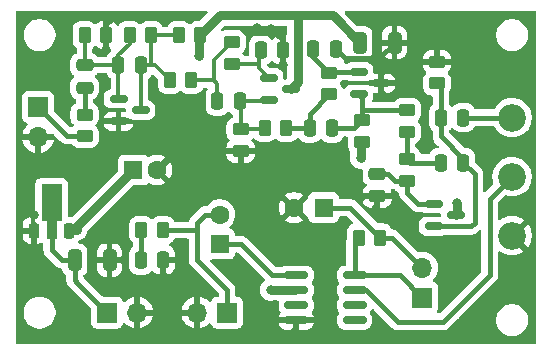
<source format=gtl>
G04 #@! TF.GenerationSoftware,KiCad,Pcbnew,9.0.0-9.0.0-2~ubuntu24.04.1*
G04 #@! TF.CreationDate,2025-03-29T11:09:28-07:00*
G04 #@! TF.ProjectId,aud_chain2,6175645f-6368-4616-996e-322e6b696361,rev?*
G04 #@! TF.SameCoordinates,Original*
G04 #@! TF.FileFunction,Copper,L1,Top*
G04 #@! TF.FilePolarity,Positive*
%FSLAX46Y46*%
G04 Gerber Fmt 4.6, Leading zero omitted, Abs format (unit mm)*
G04 Created by KiCad (PCBNEW 9.0.0-9.0.0-2~ubuntu24.04.1) date 2025-03-29 11:09:28*
%MOMM*%
%LPD*%
G01*
G04 APERTURE LIST*
G04 Aperture macros list*
%AMRoundRect*
0 Rectangle with rounded corners*
0 $1 Rounding radius*
0 $2 $3 $4 $5 $6 $7 $8 $9 X,Y pos of 4 corners*
0 Add a 4 corners polygon primitive as box body*
4,1,4,$2,$3,$4,$5,$6,$7,$8,$9,$2,$3,0*
0 Add four circle primitives for the rounded corners*
1,1,$1+$1,$2,$3*
1,1,$1+$1,$4,$5*
1,1,$1+$1,$6,$7*
1,1,$1+$1,$8,$9*
0 Add four rect primitives between the rounded corners*
20,1,$1+$1,$2,$3,$4,$5,0*
20,1,$1+$1,$4,$5,$6,$7,0*
20,1,$1+$1,$6,$7,$8,$9,0*
20,1,$1+$1,$8,$9,$2,$3,0*%
%AMFreePoly0*
4,1,9,3.862500,-0.866500,0.737500,-0.866500,0.737500,-0.450000,-0.737500,-0.450000,-0.737500,0.450000,0.737500,0.450000,0.737500,0.866500,3.862500,0.866500,3.862500,-0.866500,3.862500,-0.866500,$1*%
G04 Aperture macros list end*
G04 #@! TA.AperFunction,SMDPad,CuDef*
%ADD10RoundRect,0.250000X-0.250000X-0.475000X0.250000X-0.475000X0.250000X0.475000X-0.250000X0.475000X0*%
G04 #@! TD*
G04 #@! TA.AperFunction,SMDPad,CuDef*
%ADD11RoundRect,0.150000X-0.587500X-0.150000X0.587500X-0.150000X0.587500X0.150000X-0.587500X0.150000X0*%
G04 #@! TD*
G04 #@! TA.AperFunction,SMDPad,CuDef*
%ADD12RoundRect,0.250000X0.475000X-0.250000X0.475000X0.250000X-0.475000X0.250000X-0.475000X-0.250000X0*%
G04 #@! TD*
G04 #@! TA.AperFunction,ComponentPad*
%ADD13R,1.600000X1.600000*%
G04 #@! TD*
G04 #@! TA.AperFunction,ComponentPad*
%ADD14C,1.600000*%
G04 #@! TD*
G04 #@! TA.AperFunction,SMDPad,CuDef*
%ADD15RoundRect,0.150000X-0.825000X-0.150000X0.825000X-0.150000X0.825000X0.150000X-0.825000X0.150000X0*%
G04 #@! TD*
G04 #@! TA.AperFunction,SMDPad,CuDef*
%ADD16RoundRect,0.250000X0.250000X0.475000X-0.250000X0.475000X-0.250000X-0.475000X0.250000X-0.475000X0*%
G04 #@! TD*
G04 #@! TA.AperFunction,ComponentPad*
%ADD17C,2.340000*%
G04 #@! TD*
G04 #@! TA.AperFunction,SMDPad,CuDef*
%ADD18RoundRect,0.250000X-0.262500X-0.450000X0.262500X-0.450000X0.262500X0.450000X-0.262500X0.450000X0*%
G04 #@! TD*
G04 #@! TA.AperFunction,ComponentPad*
%ADD19R,1.700000X1.700000*%
G04 #@! TD*
G04 #@! TA.AperFunction,ComponentPad*
%ADD20O,1.700000X1.700000*%
G04 #@! TD*
G04 #@! TA.AperFunction,SMDPad,CuDef*
%ADD21RoundRect,0.250000X-0.450000X0.262500X-0.450000X-0.262500X0.450000X-0.262500X0.450000X0.262500X0*%
G04 #@! TD*
G04 #@! TA.AperFunction,SMDPad,CuDef*
%ADD22RoundRect,0.250000X-0.325000X-0.650000X0.325000X-0.650000X0.325000X0.650000X-0.325000X0.650000X0*%
G04 #@! TD*
G04 #@! TA.AperFunction,SMDPad,CuDef*
%ADD23RoundRect,0.250000X0.450000X-0.262500X0.450000X0.262500X-0.450000X0.262500X-0.450000X-0.262500X0*%
G04 #@! TD*
G04 #@! TA.AperFunction,SMDPad,CuDef*
%ADD24RoundRect,0.250000X0.262500X0.450000X-0.262500X0.450000X-0.262500X-0.450000X0.262500X-0.450000X0*%
G04 #@! TD*
G04 #@! TA.AperFunction,SMDPad,CuDef*
%ADD25RoundRect,0.225000X0.225000X-0.425000X0.225000X0.425000X-0.225000X0.425000X-0.225000X-0.425000X0*%
G04 #@! TD*
G04 #@! TA.AperFunction,SMDPad,CuDef*
%ADD26FreePoly0,90.000000*%
G04 #@! TD*
G04 #@! TA.AperFunction,ViaPad*
%ADD27C,0.800000*%
G04 #@! TD*
G04 #@! TA.AperFunction,Conductor*
%ADD28C,0.400000*%
G04 #@! TD*
G04 #@! TA.AperFunction,Conductor*
%ADD29C,0.304800*%
G04 #@! TD*
G04 #@! TA.AperFunction,Conductor*
%ADD30C,0.750000*%
G04 #@! TD*
G04 APERTURE END LIST*
D10*
X87315000Y-140335000D03*
X89215000Y-140335000D03*
D11*
X72722500Y-133162000D03*
X72722500Y-135062000D03*
X74597500Y-134112000D03*
D10*
X76200000Y-137414000D03*
X78100000Y-137414000D03*
D12*
X57150000Y-133980000D03*
X57150000Y-132080000D03*
D13*
X77382380Y-144145000D03*
D14*
X74882380Y-144145000D03*
D15*
X75060000Y-149860000D03*
X75060000Y-151130000D03*
X75060000Y-152400000D03*
X75060000Y-153670000D03*
X80010000Y-153670000D03*
X80010000Y-152400000D03*
X80010000Y-151130000D03*
X80010000Y-149860000D03*
D16*
X73975000Y-130810000D03*
X72075000Y-130810000D03*
D12*
X81915000Y-143190000D03*
X81915000Y-141290000D03*
D17*
X93345000Y-146525000D03*
X93345000Y-141525000D03*
X93345000Y-136525000D03*
D10*
X68392000Y-135128000D03*
X70292000Y-135128000D03*
D16*
X63815000Y-148590000D03*
X61915000Y-148590000D03*
D11*
X80342500Y-132654000D03*
X80342500Y-134554000D03*
X82217500Y-133604000D03*
D16*
X61910000Y-132080000D03*
X60010000Y-132080000D03*
D18*
X72390000Y-137414000D03*
X74215000Y-137414000D03*
D19*
X85725000Y-151770000D03*
D20*
X85725000Y-149230000D03*
D21*
X84455000Y-135890000D03*
X84455000Y-137715000D03*
X84455000Y-140057500D03*
X84455000Y-141882500D03*
D22*
X56310000Y-148590000D03*
X59260000Y-148590000D03*
D18*
X57150000Y-129540000D03*
X58975000Y-129540000D03*
D11*
X60022500Y-134940000D03*
X60022500Y-136840000D03*
X61897500Y-135890000D03*
D22*
X80440000Y-130175000D03*
X83390000Y-130175000D03*
D23*
X70358000Y-139342500D03*
X70358000Y-137517500D03*
D10*
X87315000Y-136525000D03*
X89215000Y-136525000D03*
D23*
X57150000Y-138096000D03*
X57150000Y-136271000D03*
D16*
X78420000Y-130683000D03*
X76520000Y-130683000D03*
D18*
X61952500Y-146050000D03*
X63777500Y-146050000D03*
D21*
X80645000Y-136755500D03*
X80645000Y-138580500D03*
D18*
X64365500Y-133350000D03*
X66190500Y-133350000D03*
D24*
X66952500Y-129540000D03*
X65127500Y-129540000D03*
D21*
X86995000Y-131802500D03*
X86995000Y-133627500D03*
D19*
X53213000Y-135631000D03*
D20*
X53213000Y-138171000D03*
D25*
X52856000Y-146095000D03*
D26*
X54356000Y-146007500D03*
D25*
X55856000Y-146095000D03*
D13*
X68580000Y-147232380D03*
D14*
X68580000Y-144732380D03*
D11*
X86692500Y-143830000D03*
X86692500Y-145730000D03*
X88567500Y-144780000D03*
D18*
X60960000Y-129540000D03*
X62785000Y-129540000D03*
D21*
X69596000Y-130151500D03*
X69596000Y-131976500D03*
D13*
X61274888Y-140970000D03*
D14*
X63274888Y-140970000D03*
D23*
X77851000Y-134540000D03*
X77851000Y-132715000D03*
D19*
X59050000Y-153035000D03*
D20*
X61590000Y-153035000D03*
D24*
X82192500Y-146685000D03*
X80367500Y-146685000D03*
D19*
X69220000Y-153035000D03*
D20*
X66680000Y-153035000D03*
D27*
X82296000Y-134620000D03*
X72898000Y-129032000D03*
X73914000Y-132080000D03*
X88646000Y-131826000D03*
X64008000Y-150114000D03*
X85090000Y-132080000D03*
X52832000Y-144780000D03*
X57912000Y-148590000D03*
X85090000Y-130810000D03*
X59436000Y-146812000D03*
X59182000Y-128270000D03*
X82296000Y-132588000D03*
X70358000Y-140716000D03*
X73152000Y-153670000D03*
X71882000Y-139446000D03*
X60452000Y-148590000D03*
X65024000Y-148590000D03*
X81788000Y-144272000D03*
X68580000Y-139446000D03*
X74930000Y-154686000D03*
X80518000Y-143256000D03*
X71755000Y-128905000D03*
X58928000Y-130810000D03*
X85090000Y-129540000D03*
X73660000Y-129540000D03*
X76962000Y-153670000D03*
X59182000Y-150368000D03*
X52832000Y-147447000D03*
X88646000Y-143764000D03*
X66802000Y-131318000D03*
X80518000Y-139954000D03*
X72898000Y-151130000D03*
D28*
X82089000Y-131476000D02*
X83390000Y-130175000D01*
X73975000Y-130810000D02*
X73975000Y-129855000D01*
X79213000Y-131476000D02*
X82089000Y-131476000D01*
X78420000Y-130683000D02*
X79213000Y-131476000D01*
X73975000Y-129855000D02*
X73660000Y-129540000D01*
D29*
X62738000Y-132080000D02*
X63095500Y-132080000D01*
X62785000Y-132033000D02*
X62738000Y-132080000D01*
X62785000Y-129540000D02*
X65127500Y-129540000D01*
X63095500Y-132080000D02*
X64365500Y-133350000D01*
X61897500Y-132092500D02*
X61910000Y-132080000D01*
X61897500Y-135890000D02*
X61897500Y-132092500D01*
X62785000Y-129540000D02*
X62785000Y-132033000D01*
X61910000Y-132080000D02*
X62738000Y-132080000D01*
X60010000Y-131252000D02*
X60960000Y-130302000D01*
X60960000Y-130302000D02*
X60960000Y-129540000D01*
X60010000Y-132080000D02*
X60010000Y-131252000D01*
X60010000Y-134927500D02*
X60022500Y-134940000D01*
X60010000Y-132080000D02*
X60010000Y-134927500D01*
X57150000Y-132080000D02*
X57150000Y-129540000D01*
X57150000Y-132080000D02*
X60010000Y-132080000D01*
D30*
X75184000Y-133525500D02*
X75184000Y-127876000D01*
X68616500Y-127876000D02*
X75184000Y-127876000D01*
X56515000Y-146050000D02*
X55901000Y-146050000D01*
X66802000Y-131318000D02*
X66802000Y-129690500D01*
X88646000Y-144701500D02*
X88567500Y-144780000D01*
X66952500Y-129540000D02*
X68616500Y-127876000D01*
X75184000Y-127876000D02*
X78141000Y-127876000D01*
X80518000Y-139954000D02*
X80518000Y-138707500D01*
X61274888Y-140970000D02*
X56515000Y-145729888D01*
X74597500Y-134112000D02*
X75184000Y-133525500D01*
X74995000Y-151130000D02*
X72898000Y-151130000D01*
X80518000Y-138707500D02*
X80645000Y-138580500D01*
X78141000Y-127876000D02*
X80440000Y-130175000D01*
X66802000Y-129690500D02*
X66952500Y-129540000D01*
X56515000Y-145729888D02*
X56515000Y-146050000D01*
X55901000Y-146050000D02*
X55856000Y-146095000D01*
X88646000Y-143764000D02*
X88646000Y-144701500D01*
D29*
X70358000Y-135194000D02*
X70292000Y-135128000D01*
X72286500Y-137517500D02*
X72390000Y-137414000D01*
X70358000Y-137517500D02*
X70358000Y-135194000D01*
X70292000Y-135128000D02*
X72656500Y-135128000D01*
X70358000Y-137517500D02*
X72286500Y-137517500D01*
X72656500Y-135128000D02*
X72722500Y-135062000D01*
X71731500Y-131976500D02*
X71882000Y-131826000D01*
X71882000Y-132321500D02*
X71882000Y-131572000D01*
X69596000Y-131976500D02*
X71731500Y-131976500D01*
X72722500Y-133162000D02*
X71882000Y-132321500D01*
X71882000Y-131826000D02*
X71882000Y-131572000D01*
X71882000Y-131572000D02*
X71882000Y-130998000D01*
D28*
X77912000Y-132654000D02*
X77851000Y-132715000D01*
X76520000Y-131384000D02*
X77851000Y-132715000D01*
X80342500Y-132654000D02*
X77912000Y-132654000D01*
X76520000Y-130683000D02*
X76520000Y-131384000D01*
X80645000Y-135890000D02*
X84455000Y-135890000D01*
X80645000Y-134856500D02*
X80645000Y-135890000D01*
X80342500Y-134554000D02*
X80645000Y-134856500D01*
X78100000Y-137414000D02*
X79986500Y-137414000D01*
X79986500Y-137414000D02*
X80645000Y-136755500D01*
X80645000Y-136755500D02*
X80645000Y-135890000D01*
X81915000Y-141290000D02*
X82870000Y-141290000D01*
X84455000Y-142875000D02*
X85410000Y-143830000D01*
X82870000Y-141290000D02*
X83462500Y-141882500D01*
X84455000Y-141882500D02*
X84455000Y-142875000D01*
X85410000Y-143830000D02*
X86692500Y-143830000D01*
X83462500Y-141882500D02*
X84455000Y-141882500D01*
X89215000Y-140015000D02*
X87315000Y-138115000D01*
X89215000Y-140335000D02*
X89215000Y-140015000D01*
X90170000Y-141290000D02*
X89215000Y-140335000D01*
X87315000Y-133947500D02*
X86995000Y-133627500D01*
X87315000Y-138115000D02*
X87315000Y-136525000D01*
X87315000Y-136525000D02*
X87315000Y-133947500D01*
X90170000Y-145415000D02*
X90170000Y-141290000D01*
X86692500Y-145730000D02*
X89855000Y-145730000D01*
X89855000Y-145730000D02*
X90170000Y-145415000D01*
X56515000Y-150495000D02*
X56310000Y-150290000D01*
X56515000Y-150500000D02*
X56515000Y-150495000D01*
X56310000Y-150290000D02*
X56310000Y-148590000D01*
X55245000Y-148590000D02*
X54356000Y-147701000D01*
X59050000Y-153035000D02*
X56515000Y-150500000D01*
X55245000Y-148590000D02*
X56310000Y-148590000D01*
X54356000Y-147701000D02*
X54356000Y-146007500D01*
X57103000Y-138049000D02*
X57150000Y-138096000D01*
X55631000Y-138049000D02*
X57103000Y-138049000D01*
X53213000Y-135631000D02*
X55631000Y-138049000D01*
D29*
X66190500Y-133350000D02*
X68072000Y-133350000D01*
X68392000Y-133670000D02*
X68392000Y-135128000D01*
X68072000Y-133350000D02*
X68392000Y-133670000D01*
X68072000Y-131675500D02*
X68072000Y-133350000D01*
X69596000Y-130151500D02*
X68072000Y-131675500D01*
D28*
X76200000Y-136191000D02*
X77851000Y-134540000D01*
X74215000Y-137414000D02*
X76200000Y-137414000D01*
X76200000Y-137414000D02*
X76200000Y-136191000D01*
X84732500Y-140335000D02*
X84455000Y-140057500D01*
X84455000Y-137715000D02*
X84455000Y-140057500D01*
X87315000Y-140335000D02*
X84732500Y-140335000D01*
X89215000Y-136525000D02*
X93345000Y-136525000D01*
X83180000Y-146685000D02*
X82192500Y-146685000D01*
X79652500Y-144145000D02*
X77382380Y-144145000D01*
X82192500Y-146685000D02*
X79652500Y-144145000D01*
X77382380Y-144145000D02*
X77470000Y-144145000D01*
X85725000Y-149230000D02*
X83180000Y-146685000D01*
X68580000Y-144732380D02*
X67357620Y-144732380D01*
X66675000Y-145415000D02*
X66675000Y-146050000D01*
X69220000Y-151135000D02*
X69220000Y-153035000D01*
X67357620Y-144732380D02*
X66675000Y-145415000D01*
X63777500Y-146050000D02*
X66675000Y-146050000D01*
X66675000Y-148590000D02*
X69220000Y-151135000D01*
X66675000Y-146050000D02*
X66675000Y-148590000D01*
X61952500Y-146050000D02*
X61952500Y-148552500D01*
X61952500Y-148552500D02*
X61915000Y-148590000D01*
X83815000Y-149860000D02*
X85725000Y-151770000D01*
X80010000Y-147042500D02*
X80367500Y-146685000D01*
X80010000Y-149860000D02*
X83815000Y-149860000D01*
X80010000Y-149860000D02*
X80010000Y-147042500D01*
X80010000Y-151130000D02*
X80984999Y-151130000D01*
X83651999Y-153797000D02*
X87503000Y-153797000D01*
X87503000Y-153797000D02*
X91440000Y-149860000D01*
X91440000Y-143430000D02*
X93345000Y-141525000D01*
X91440000Y-149860000D02*
X91440000Y-143430000D01*
X80984999Y-151130000D02*
X83651999Y-153797000D01*
X70397380Y-147232380D02*
X68580000Y-147232380D01*
X74995000Y-149860000D02*
X73025000Y-149860000D01*
X73025000Y-149860000D02*
X70397380Y-147232380D01*
X57150000Y-136271000D02*
X57150000Y-133980000D01*
G04 #@! TA.AperFunction,Conductor*
G36*
X67521533Y-127520185D02*
G01*
X67567288Y-127572989D01*
X67577232Y-127642147D01*
X67548207Y-127705703D01*
X67542175Y-127712181D01*
X66951173Y-128303181D01*
X66889850Y-128336666D01*
X66863493Y-128339500D01*
X66639999Y-128339500D01*
X66639980Y-128339501D01*
X66537203Y-128350000D01*
X66537200Y-128350001D01*
X66370668Y-128405185D01*
X66370663Y-128405187D01*
X66221342Y-128497289D01*
X66127681Y-128590951D01*
X66066358Y-128624436D01*
X65996666Y-128619452D01*
X65952319Y-128590951D01*
X65858657Y-128497289D01*
X65858656Y-128497288D01*
X65709334Y-128405186D01*
X65542797Y-128350001D01*
X65542795Y-128350000D01*
X65440010Y-128339500D01*
X64814998Y-128339500D01*
X64814980Y-128339501D01*
X64712203Y-128350000D01*
X64712200Y-128350001D01*
X64545668Y-128405185D01*
X64545663Y-128405187D01*
X64396342Y-128497289D01*
X64272289Y-128621342D01*
X64180187Y-128770663D01*
X64180185Y-128770668D01*
X64175494Y-128784823D01*
X64174503Y-128787818D01*
X64169769Y-128802104D01*
X64155898Y-128822138D01*
X64145776Y-128844303D01*
X64136365Y-128850350D01*
X64129997Y-128859549D01*
X64107495Y-128868904D01*
X64086998Y-128882077D01*
X64069897Y-128884535D01*
X64065481Y-128886372D01*
X64052063Y-128887100D01*
X63860437Y-128887100D01*
X63793398Y-128867415D01*
X63747643Y-128814611D01*
X63742731Y-128802104D01*
X63732314Y-128770666D01*
X63640212Y-128621344D01*
X63516156Y-128497288D01*
X63366834Y-128405186D01*
X63200297Y-128350001D01*
X63200295Y-128350000D01*
X63097510Y-128339500D01*
X62472498Y-128339500D01*
X62472480Y-128339501D01*
X62369703Y-128350000D01*
X62369700Y-128350001D01*
X62203168Y-128405185D01*
X62203163Y-128405187D01*
X62053842Y-128497289D01*
X61960181Y-128590951D01*
X61898858Y-128624436D01*
X61829166Y-128619452D01*
X61784819Y-128590951D01*
X61691157Y-128497289D01*
X61691156Y-128497288D01*
X61541834Y-128405186D01*
X61375297Y-128350001D01*
X61375295Y-128350000D01*
X61272510Y-128339500D01*
X60647498Y-128339500D01*
X60647480Y-128339501D01*
X60544703Y-128350000D01*
X60544700Y-128350001D01*
X60378168Y-128405185D01*
X60378163Y-128405187D01*
X60228842Y-128497289D01*
X60104788Y-128621343D01*
X60104785Y-128621347D01*
X60072744Y-128673294D01*
X60020796Y-128720019D01*
X59951833Y-128731240D01*
X59887752Y-128703397D01*
X59861667Y-128673294D01*
X59829815Y-128621654D01*
X59705845Y-128497684D01*
X59556624Y-128405643D01*
X59556619Y-128405641D01*
X59390197Y-128350494D01*
X59390190Y-128350493D01*
X59287486Y-128340000D01*
X59225000Y-128340000D01*
X59225000Y-130739999D01*
X59287461Y-130739999D01*
X59289674Y-130739886D01*
X59290147Y-130739999D01*
X59290634Y-130739999D01*
X59290634Y-130740115D01*
X59357631Y-130756126D01*
X59406019Y-130806527D01*
X59419477Y-130875089D01*
X59393732Y-130940042D01*
X59361097Y-130969263D01*
X59291344Y-131012287D01*
X59167289Y-131136342D01*
X59075187Y-131285663D01*
X59075186Y-131285666D01*
X59059813Y-131332060D01*
X59056484Y-131342105D01*
X59016710Y-131399550D01*
X58952194Y-131426372D01*
X58938778Y-131427100D01*
X58327478Y-131427100D01*
X58260439Y-131407415D01*
X58221940Y-131368198D01*
X58217712Y-131361344D01*
X58093657Y-131237289D01*
X58093656Y-131237288D01*
X58000888Y-131180069D01*
X57944336Y-131145187D01*
X57944335Y-131145186D01*
X57944334Y-131145186D01*
X57887894Y-131126483D01*
X57830450Y-131086710D01*
X57803628Y-131022194D01*
X57802900Y-131008778D01*
X57802900Y-130700187D01*
X57822585Y-130633148D01*
X57843408Y-130608507D01*
X57851955Y-130600722D01*
X57881156Y-130582712D01*
X57977244Y-130486623D01*
X57979361Y-130484696D01*
X58008276Y-130470618D01*
X58036494Y-130455210D01*
X58039484Y-130455423D01*
X58042181Y-130454111D01*
X58074118Y-130457900D01*
X58106186Y-130460194D01*
X58109071Y-130462048D01*
X58111564Y-130462344D01*
X58118760Y-130468275D01*
X58150534Y-130488695D01*
X58244154Y-130582315D01*
X58393375Y-130674356D01*
X58393380Y-130674358D01*
X58559802Y-130729505D01*
X58559809Y-130729506D01*
X58662519Y-130739999D01*
X58724999Y-130739998D01*
X58725000Y-130739998D01*
X58725000Y-128340000D01*
X58724999Y-128339999D01*
X58662528Y-128340000D01*
X58662511Y-128340001D01*
X58559802Y-128350494D01*
X58393380Y-128405641D01*
X58393375Y-128405643D01*
X58244157Y-128497682D01*
X58150534Y-128591305D01*
X58089210Y-128624789D01*
X58019519Y-128619805D01*
X57975172Y-128591304D01*
X57881157Y-128497289D01*
X57881156Y-128497288D01*
X57731834Y-128405186D01*
X57565297Y-128350001D01*
X57565295Y-128350000D01*
X57462510Y-128339500D01*
X56837498Y-128339500D01*
X56837480Y-128339501D01*
X56734703Y-128350000D01*
X56734700Y-128350001D01*
X56568168Y-128405185D01*
X56568163Y-128405187D01*
X56418842Y-128497289D01*
X56294789Y-128621342D01*
X56202687Y-128770663D01*
X56202685Y-128770668D01*
X56179498Y-128840643D01*
X56147501Y-128937203D01*
X56147501Y-128937204D01*
X56147500Y-128937204D01*
X56137000Y-129039983D01*
X56137000Y-130040001D01*
X56137001Y-130040019D01*
X56147500Y-130142796D01*
X56147501Y-130142799D01*
X56202685Y-130309331D01*
X56202687Y-130309336D01*
X56294789Y-130458657D01*
X56418845Y-130582713D01*
X56438194Y-130594647D01*
X56484920Y-130646593D01*
X56497100Y-130700187D01*
X56497100Y-131008778D01*
X56477415Y-131075817D01*
X56424611Y-131121572D01*
X56412108Y-131126482D01*
X56382355Y-131136342D01*
X56355666Y-131145186D01*
X56355663Y-131145187D01*
X56206342Y-131237289D01*
X56082289Y-131361342D01*
X55990187Y-131510663D01*
X55990185Y-131510668D01*
X55969577Y-131572859D01*
X55935001Y-131677203D01*
X55935001Y-131677204D01*
X55935000Y-131677204D01*
X55924500Y-131779983D01*
X55924500Y-132380001D01*
X55924501Y-132380019D01*
X55935000Y-132482796D01*
X55935001Y-132482799D01*
X55990185Y-132649331D01*
X55990187Y-132649336D01*
X56012736Y-132685894D01*
X56073442Y-132784315D01*
X56082289Y-132798657D01*
X56206346Y-132922714D01*
X56209182Y-132924463D01*
X56210717Y-132926170D01*
X56212011Y-132927193D01*
X56211836Y-132927414D01*
X56255905Y-132976411D01*
X56267126Y-133045374D01*
X56239282Y-133109456D01*
X56209182Y-133135537D01*
X56206346Y-133137285D01*
X56082289Y-133261342D01*
X55990187Y-133410663D01*
X55990185Y-133410668D01*
X55988891Y-133414573D01*
X55935001Y-133577203D01*
X55935001Y-133577204D01*
X55935000Y-133577204D01*
X55924500Y-133679983D01*
X55924500Y-134280001D01*
X55924501Y-134280019D01*
X55935000Y-134382796D01*
X55935001Y-134382799D01*
X55990185Y-134549331D01*
X55990187Y-134549336D01*
X55990905Y-134550500D01*
X56082288Y-134698656D01*
X56206344Y-134822712D01*
X56355666Y-134914814D01*
X56364498Y-134917740D01*
X56384535Y-134931611D01*
X56406703Y-134941735D01*
X56412748Y-134951142D01*
X56421944Y-134957508D01*
X56431301Y-134980011D01*
X56444477Y-135000513D01*
X56446934Y-135017605D01*
X56448771Y-135022022D01*
X56449500Y-135035448D01*
X56449500Y-135212591D01*
X56429815Y-135279630D01*
X56385731Y-135318141D01*
X56386813Y-135319895D01*
X56380667Y-135323685D01*
X56380666Y-135323686D01*
X56313382Y-135365187D01*
X56231342Y-135415789D01*
X56107289Y-135539842D01*
X56015187Y-135689163D01*
X56015185Y-135689168D01*
X55996866Y-135744453D01*
X55960001Y-135855703D01*
X55960001Y-135855704D01*
X55960000Y-135855704D01*
X55949500Y-135958483D01*
X55949500Y-136583501D01*
X55949501Y-136583519D01*
X55960000Y-136686296D01*
X55960001Y-136686299D01*
X56015185Y-136852831D01*
X56015187Y-136852836D01*
X56019475Y-136859788D01*
X56094547Y-136981500D01*
X56107289Y-137002157D01*
X56200951Y-137095819D01*
X56205289Y-137103764D01*
X56212537Y-137109190D01*
X56221771Y-137133949D01*
X56234436Y-137157142D01*
X56233790Y-137166171D01*
X56236954Y-137174654D01*
X56231337Y-137200474D01*
X56229452Y-137226834D01*
X56223633Y-137235887D01*
X56222102Y-137242927D01*
X56200951Y-137271181D01*
X56159951Y-137312181D01*
X56098628Y-137345666D01*
X56072270Y-137348500D01*
X55972518Y-137348500D01*
X55905479Y-137328815D01*
X55884837Y-137312181D01*
X54599818Y-136027162D01*
X54566333Y-135965839D01*
X54563499Y-135939481D01*
X54563499Y-134733129D01*
X54563498Y-134733123D01*
X54563497Y-134733116D01*
X54557091Y-134673517D01*
X54553414Y-134663659D01*
X54506797Y-134538671D01*
X54506793Y-134538664D01*
X54420547Y-134423455D01*
X54420544Y-134423452D01*
X54305335Y-134337206D01*
X54305328Y-134337202D01*
X54170482Y-134286908D01*
X54170483Y-134286908D01*
X54110883Y-134280501D01*
X54110881Y-134280500D01*
X54110873Y-134280500D01*
X54110864Y-134280500D01*
X52315129Y-134280500D01*
X52315123Y-134280501D01*
X52255516Y-134286908D01*
X52120671Y-134337202D01*
X52120664Y-134337206D01*
X52005455Y-134423452D01*
X52005452Y-134423455D01*
X51919206Y-134538664D01*
X51919202Y-134538671D01*
X51868908Y-134673517D01*
X51864049Y-134718720D01*
X51862501Y-134733123D01*
X51862500Y-134733135D01*
X51862500Y-136528870D01*
X51862501Y-136528876D01*
X51868908Y-136588483D01*
X51919202Y-136723328D01*
X51919206Y-136723335D01*
X52005452Y-136838544D01*
X52005455Y-136838547D01*
X52120664Y-136924793D01*
X52120671Y-136924797D01*
X52149805Y-136935663D01*
X52252598Y-136974002D01*
X52308531Y-137015873D01*
X52332949Y-137081337D01*
X52318098Y-137149610D01*
X52296947Y-137177865D01*
X52183271Y-137291541D01*
X52058379Y-137463442D01*
X51961904Y-137652782D01*
X51896242Y-137854870D01*
X51896242Y-137854873D01*
X51885769Y-137921000D01*
X52779988Y-137921000D01*
X52747075Y-137978007D01*
X52713000Y-138105174D01*
X52713000Y-138236826D01*
X52747075Y-138363993D01*
X52779988Y-138421000D01*
X51885769Y-138421000D01*
X51896242Y-138487126D01*
X51896242Y-138487129D01*
X51961904Y-138689217D01*
X52058379Y-138878557D01*
X52183272Y-139050459D01*
X52183276Y-139050464D01*
X52333535Y-139200723D01*
X52333540Y-139200727D01*
X52505442Y-139325620D01*
X52694782Y-139422095D01*
X52896871Y-139487757D01*
X52963000Y-139498231D01*
X52963000Y-138604012D01*
X53020007Y-138636925D01*
X53147174Y-138671000D01*
X53278826Y-138671000D01*
X53405993Y-138636925D01*
X53463000Y-138604012D01*
X53463000Y-139498230D01*
X53529126Y-139487757D01*
X53529129Y-139487757D01*
X53727797Y-139423207D01*
X53727799Y-139423206D01*
X53731214Y-139422096D01*
X53920557Y-139325620D01*
X54092459Y-139200727D01*
X54092464Y-139200723D01*
X54242723Y-139050464D01*
X54242727Y-139050459D01*
X54367620Y-138878557D01*
X54464095Y-138689217D01*
X54529757Y-138487129D01*
X54529757Y-138487126D01*
X54540231Y-138421000D01*
X53646012Y-138421000D01*
X53678925Y-138363993D01*
X53713000Y-138236826D01*
X53713000Y-138105174D01*
X53678925Y-137978007D01*
X53646012Y-137921000D01*
X54460982Y-137921000D01*
X54528021Y-137940685D01*
X54548661Y-137957317D01*
X55086886Y-138495542D01*
X55140156Y-138548812D01*
X55184459Y-138593115D01*
X55299182Y-138669771D01*
X55299186Y-138669773D01*
X55299189Y-138669775D01*
X55373866Y-138700707D01*
X55426671Y-138722580D01*
X55453591Y-138727934D01*
X55550630Y-138747237D01*
X55562006Y-138749500D01*
X55562007Y-138749500D01*
X55990183Y-138749500D01*
X56057222Y-138769185D01*
X56095721Y-138808403D01*
X56107288Y-138827156D01*
X56231344Y-138951212D01*
X56380666Y-139043314D01*
X56547203Y-139098499D01*
X56649991Y-139109000D01*
X57650008Y-139108999D01*
X57650016Y-139108998D01*
X57650019Y-139108998D01*
X57738044Y-139100006D01*
X57752797Y-139098499D01*
X57919334Y-139043314D01*
X58068656Y-138951212D01*
X58192712Y-138827156D01*
X58284814Y-138677834D01*
X58339999Y-138511297D01*
X58350500Y-138408509D01*
X58350499Y-137783492D01*
X58349476Y-137773481D01*
X58339999Y-137680703D01*
X58339998Y-137680700D01*
X58325143Y-137635872D01*
X58284814Y-137514166D01*
X58192712Y-137364844D01*
X58099049Y-137271181D01*
X58096195Y-137265955D01*
X58091258Y-137262627D01*
X58079641Y-137235638D01*
X58065564Y-137209858D01*
X58065988Y-137203920D01*
X58063634Y-137198450D01*
X58068452Y-137169467D01*
X58070548Y-137140166D01*
X58074368Y-137133885D01*
X58075093Y-137129526D01*
X58088461Y-137110715D01*
X58094821Y-137100261D01*
X58096875Y-137097992D01*
X58104866Y-137090001D01*
X58787704Y-137090001D01*
X58787899Y-137092486D01*
X58833718Y-137250198D01*
X58917314Y-137391552D01*
X58917321Y-137391561D01*
X59033438Y-137507678D01*
X59033447Y-137507685D01*
X59174803Y-137591282D01*
X59174806Y-137591283D01*
X59332504Y-137637099D01*
X59332510Y-137637100D01*
X59369350Y-137639999D01*
X59369366Y-137640000D01*
X59772500Y-137640000D01*
X60272500Y-137640000D01*
X60675634Y-137640000D01*
X60675649Y-137639999D01*
X60712489Y-137637100D01*
X60712495Y-137637099D01*
X60870193Y-137591283D01*
X60870196Y-137591282D01*
X61011552Y-137507685D01*
X61011561Y-137507678D01*
X61127678Y-137391561D01*
X61127685Y-137391552D01*
X61211281Y-137250198D01*
X61257100Y-137092486D01*
X61257295Y-137090001D01*
X61257295Y-137090000D01*
X60272500Y-137090000D01*
X60272500Y-137640000D01*
X59772500Y-137640000D01*
X59772500Y-137090000D01*
X58787705Y-137090000D01*
X58787704Y-137090001D01*
X58104866Y-137090001D01*
X58192712Y-137002156D01*
X58284814Y-136852834D01*
X58339999Y-136686297D01*
X58349837Y-136589998D01*
X58787704Y-136589998D01*
X58787705Y-136590000D01*
X59772500Y-136590000D01*
X59772500Y-136040000D01*
X59369350Y-136040000D01*
X59332510Y-136042899D01*
X59332504Y-136042900D01*
X59174806Y-136088716D01*
X59174803Y-136088717D01*
X59033447Y-136172314D01*
X59033438Y-136172321D01*
X58917321Y-136288438D01*
X58917314Y-136288447D01*
X58833718Y-136429801D01*
X58787899Y-136587513D01*
X58787704Y-136589998D01*
X58349837Y-136589998D01*
X58350500Y-136583509D01*
X58350499Y-135958492D01*
X58346805Y-135922334D01*
X58339999Y-135855703D01*
X58339998Y-135855700D01*
X58315453Y-135781628D01*
X58284814Y-135689166D01*
X58192712Y-135539844D01*
X58068656Y-135415788D01*
X57919334Y-135323686D01*
X57919332Y-135323685D01*
X57913187Y-135319895D01*
X57914290Y-135318105D01*
X57909069Y-135313506D01*
X57893297Y-135306304D01*
X57883394Y-135290895D01*
X57869649Y-135278790D01*
X57864765Y-135261907D01*
X57855523Y-135247526D01*
X57850500Y-135212591D01*
X57850500Y-135035448D01*
X57870185Y-134968409D01*
X57922989Y-134922654D01*
X57935488Y-134917744D01*
X57944334Y-134914814D01*
X58093656Y-134822712D01*
X58217712Y-134698656D01*
X58309814Y-134549334D01*
X58364999Y-134382797D01*
X58375500Y-134280009D01*
X58375499Y-133679992D01*
X58372829Y-133653858D01*
X58364999Y-133577203D01*
X58364998Y-133577200D01*
X58358773Y-133558414D01*
X58309814Y-133410666D01*
X58217712Y-133261344D01*
X58093656Y-133137288D01*
X58090819Y-133135538D01*
X58089283Y-133133830D01*
X58087989Y-133132807D01*
X58088163Y-133132585D01*
X58044096Y-133083594D01*
X58032872Y-133014632D01*
X58060713Y-132950549D01*
X58067844Y-132942711D01*
X58078243Y-132932218D01*
X58093656Y-132922712D01*
X58217712Y-132798656D01*
X58229399Y-132779707D01*
X58239406Y-132769611D01*
X58258052Y-132759320D01*
X58273888Y-132745078D01*
X58290845Y-132741224D01*
X58300579Y-132735853D01*
X58311316Y-132736572D01*
X58327478Y-132732900D01*
X58938778Y-132732900D01*
X59005817Y-132752585D01*
X59051572Y-132805389D01*
X59056482Y-132817891D01*
X59073648Y-132869694D01*
X59075186Y-132874333D01*
X59075187Y-132874336D01*
X59107789Y-132927193D01*
X59167288Y-133023656D01*
X59291344Y-133147712D01*
X59298193Y-133151936D01*
X59344919Y-133203881D01*
X59357100Y-133257477D01*
X59357100Y-134042133D01*
X59337415Y-134109172D01*
X59284611Y-134154927D01*
X59267695Y-134161209D01*
X59174606Y-134188253D01*
X59174603Y-134188255D01*
X59033137Y-134271917D01*
X59033129Y-134271923D01*
X58916923Y-134388129D01*
X58916917Y-134388137D01*
X58833255Y-134529603D01*
X58833254Y-134529606D01*
X58787402Y-134687426D01*
X58787401Y-134687432D01*
X58784500Y-134724298D01*
X58784500Y-135155701D01*
X58787401Y-135192567D01*
X58787402Y-135192573D01*
X58833254Y-135350393D01*
X58833255Y-135350396D01*
X58916917Y-135491862D01*
X58916923Y-135491870D01*
X59033129Y-135608076D01*
X59033133Y-135608079D01*
X59033135Y-135608081D01*
X59174602Y-135691744D01*
X59216224Y-135703836D01*
X59332426Y-135737597D01*
X59332429Y-135737597D01*
X59332431Y-135737598D01*
X59369306Y-135740500D01*
X60535500Y-135740500D01*
X60544185Y-135743050D01*
X60553147Y-135741762D01*
X60577187Y-135752740D01*
X60602539Y-135760185D01*
X60608466Y-135767025D01*
X60616703Y-135770787D01*
X60630992Y-135793021D01*
X60648294Y-135812989D01*
X60650581Y-135823503D01*
X60654477Y-135829565D01*
X60659500Y-135864500D01*
X60659500Y-135916000D01*
X60639815Y-135983039D01*
X60587011Y-136028794D01*
X60535500Y-136040000D01*
X60272500Y-136040000D01*
X60272500Y-136590000D01*
X60928185Y-136590000D01*
X60991306Y-136607268D01*
X61049602Y-136641744D01*
X61069280Y-136647461D01*
X61207426Y-136687597D01*
X61207429Y-136687597D01*
X61207431Y-136687598D01*
X61244306Y-136690500D01*
X61244314Y-136690500D01*
X62550686Y-136690500D01*
X62550694Y-136690500D01*
X62587569Y-136687598D01*
X62587571Y-136687597D01*
X62587573Y-136687597D01*
X62650227Y-136669394D01*
X62745398Y-136641744D01*
X62886865Y-136558081D01*
X63003081Y-136441865D01*
X63086744Y-136300398D01*
X63132598Y-136142569D01*
X63135500Y-136105694D01*
X63135500Y-135674306D01*
X63132598Y-135637431D01*
X63125751Y-135613865D01*
X63090306Y-135491862D01*
X63086744Y-135479602D01*
X63003081Y-135338135D01*
X63003079Y-135338133D01*
X63003076Y-135338129D01*
X62886870Y-135221923D01*
X62886862Y-135221917D01*
X62798762Y-135169815D01*
X62745398Y-135138256D01*
X62745397Y-135138255D01*
X62745396Y-135138255D01*
X62745395Y-135138254D01*
X62639804Y-135107577D01*
X62580919Y-135069970D01*
X62551713Y-135006498D01*
X62550400Y-134988501D01*
X62550400Y-133265187D01*
X62570085Y-133198148D01*
X62609306Y-133159647D01*
X62628654Y-133147713D01*
X62628653Y-133147713D01*
X62628656Y-133147712D01*
X62752712Y-133023656D01*
X62808907Y-132932547D01*
X62860852Y-132885825D01*
X62929814Y-132874602D01*
X62993897Y-132902445D01*
X63002125Y-132909965D01*
X63316181Y-133224021D01*
X63349666Y-133285344D01*
X63352500Y-133311702D01*
X63352500Y-133850001D01*
X63352501Y-133850019D01*
X63363000Y-133952796D01*
X63363001Y-133952799D01*
X63418185Y-134119331D01*
X63418187Y-134119336D01*
X63444964Y-134162749D01*
X63510288Y-134268656D01*
X63634344Y-134392712D01*
X63783666Y-134484814D01*
X63950203Y-134539999D01*
X64052991Y-134550500D01*
X64678008Y-134550499D01*
X64678016Y-134550498D01*
X64678019Y-134550498D01*
X64734302Y-134544748D01*
X64780797Y-134539999D01*
X64947334Y-134484814D01*
X65096656Y-134392712D01*
X65190319Y-134299049D01*
X65251642Y-134265564D01*
X65321334Y-134270548D01*
X65365681Y-134299049D01*
X65459344Y-134392712D01*
X65608666Y-134484814D01*
X65775203Y-134539999D01*
X65877991Y-134550500D01*
X66503008Y-134550499D01*
X66503016Y-134550498D01*
X66503019Y-134550498D01*
X66559302Y-134544748D01*
X66605797Y-134539999D01*
X66772334Y-134484814D01*
X66921656Y-134392712D01*
X67045712Y-134268656D01*
X67137814Y-134119334D01*
X67148231Y-134087894D01*
X67162101Y-134067861D01*
X67172224Y-134045697D01*
X67181634Y-134039649D01*
X67188003Y-134030451D01*
X67210504Y-134021095D01*
X67231002Y-134007923D01*
X67248102Y-134005464D01*
X67252519Y-134003628D01*
X67265937Y-134002900D01*
X67439029Y-134002900D01*
X67506068Y-134022585D01*
X67551823Y-134075389D01*
X67561767Y-134144547D01*
X67544568Y-134191996D01*
X67457189Y-134333659D01*
X67457185Y-134333668D01*
X67434340Y-134402611D01*
X67402001Y-134500203D01*
X67402001Y-134500204D01*
X67402000Y-134500204D01*
X67391500Y-134602983D01*
X67391500Y-135653001D01*
X67391501Y-135653019D01*
X67402000Y-135755796D01*
X67402001Y-135755799D01*
X67438484Y-135865895D01*
X67457186Y-135922334D01*
X67549288Y-136071656D01*
X67673344Y-136195712D01*
X67822666Y-136287814D01*
X67989203Y-136342999D01*
X68091991Y-136353500D01*
X68692008Y-136353499D01*
X68692016Y-136353498D01*
X68692019Y-136353498D01*
X68750490Y-136347525D01*
X68794797Y-136342999D01*
X68961334Y-136287814D01*
X69110656Y-136195712D01*
X69234712Y-136071656D01*
X69236461Y-136068819D01*
X69238169Y-136067283D01*
X69239193Y-136065989D01*
X69239414Y-136066163D01*
X69288406Y-136022096D01*
X69357368Y-136010872D01*
X69421451Y-136038713D01*
X69447537Y-136068817D01*
X69449288Y-136071656D01*
X69573344Y-136195712D01*
X69646198Y-136240648D01*
X69653019Y-136248232D01*
X69662303Y-136252472D01*
X69675990Y-136273770D01*
X69692921Y-136292593D01*
X69695565Y-136304229D01*
X69700077Y-136311250D01*
X69705100Y-136346185D01*
X69705100Y-136442062D01*
X69685415Y-136509101D01*
X69632611Y-136554856D01*
X69620106Y-136559767D01*
X69588668Y-136570184D01*
X69439342Y-136662289D01*
X69315289Y-136786342D01*
X69223187Y-136935663D01*
X69223185Y-136935668D01*
X69210483Y-136974002D01*
X69168001Y-137102203D01*
X69168001Y-137102204D01*
X69168000Y-137102204D01*
X69157500Y-137204983D01*
X69157500Y-137830001D01*
X69157501Y-137830019D01*
X69168000Y-137932796D01*
X69168001Y-137932799D01*
X69223185Y-138099331D01*
X69223187Y-138099336D01*
X69242283Y-138130295D01*
X69307991Y-138236826D01*
X69315289Y-138248657D01*
X69409304Y-138342672D01*
X69442789Y-138403995D01*
X69437805Y-138473687D01*
X69409305Y-138518034D01*
X69315682Y-138611657D01*
X69223643Y-138760875D01*
X69223641Y-138760880D01*
X69168494Y-138927302D01*
X69168493Y-138927309D01*
X69158000Y-139030013D01*
X69158000Y-139092500D01*
X71557999Y-139092500D01*
X71557999Y-139030028D01*
X71557998Y-139030013D01*
X71547505Y-138927302D01*
X71492358Y-138760880D01*
X71492356Y-138760875D01*
X71400315Y-138611654D01*
X71306695Y-138518034D01*
X71302356Y-138510088D01*
X71295109Y-138504663D01*
X71285874Y-138479903D01*
X71273210Y-138456711D01*
X71273855Y-138447681D01*
X71270692Y-138439199D01*
X71276308Y-138413378D01*
X71278194Y-138387019D01*
X71284012Y-138377965D01*
X71285544Y-138370926D01*
X71306692Y-138342675D01*
X71340703Y-138308664D01*
X71402024Y-138275181D01*
X71471716Y-138280165D01*
X71527649Y-138322037D01*
X71533918Y-138331245D01*
X71534788Y-138332656D01*
X71658844Y-138456712D01*
X71808166Y-138548814D01*
X71974703Y-138603999D01*
X72077491Y-138614500D01*
X72702508Y-138614499D01*
X72702516Y-138614498D01*
X72702519Y-138614498D01*
X72758802Y-138608748D01*
X72805297Y-138603999D01*
X72971834Y-138548814D01*
X73121156Y-138456712D01*
X73214819Y-138363049D01*
X73276142Y-138329564D01*
X73345834Y-138334548D01*
X73390181Y-138363049D01*
X73483844Y-138456712D01*
X73633166Y-138548814D01*
X73799703Y-138603999D01*
X73902491Y-138614500D01*
X74527508Y-138614499D01*
X74527516Y-138614498D01*
X74527519Y-138614498D01*
X74583802Y-138608748D01*
X74630297Y-138603999D01*
X74796834Y-138548814D01*
X74946156Y-138456712D01*
X75070212Y-138332656D01*
X75100502Y-138283546D01*
X75152446Y-138236825D01*
X75221408Y-138225601D01*
X75285491Y-138253443D01*
X75311577Y-138283548D01*
X75357285Y-138357652D01*
X75357288Y-138357656D01*
X75481344Y-138481712D01*
X75630666Y-138573814D01*
X75797203Y-138628999D01*
X75899991Y-138639500D01*
X76500008Y-138639499D01*
X76500016Y-138639498D01*
X76500019Y-138639498D01*
X76556302Y-138633748D01*
X76602797Y-138628999D01*
X76769334Y-138573814D01*
X76918656Y-138481712D01*
X77042712Y-138357656D01*
X77044461Y-138354819D01*
X77046169Y-138353283D01*
X77047193Y-138351989D01*
X77047414Y-138352163D01*
X77096406Y-138308096D01*
X77165368Y-138296872D01*
X77229451Y-138324713D01*
X77255537Y-138354817D01*
X77257288Y-138357656D01*
X77381344Y-138481712D01*
X77530666Y-138573814D01*
X77697203Y-138628999D01*
X77799991Y-138639500D01*
X78400008Y-138639499D01*
X78400016Y-138639498D01*
X78400019Y-138639498D01*
X78456302Y-138633748D01*
X78502797Y-138628999D01*
X78669334Y-138573814D01*
X78818656Y-138481712D01*
X78942712Y-138357656D01*
X79034814Y-138208334D01*
X79037744Y-138199493D01*
X79051614Y-138179461D01*
X79061736Y-138157297D01*
X79071148Y-138151247D01*
X79077518Y-138142049D01*
X79100016Y-138132696D01*
X79120514Y-138119523D01*
X79137619Y-138117063D01*
X79142035Y-138115228D01*
X79155449Y-138114500D01*
X79322867Y-138114500D01*
X79389906Y-138134185D01*
X79435661Y-138186989D01*
X79446225Y-138251101D01*
X79444500Y-138267978D01*
X79444500Y-138893001D01*
X79444501Y-138893019D01*
X79455000Y-138995796D01*
X79455001Y-138995799D01*
X79510185Y-139162331D01*
X79510187Y-139162336D01*
X79518113Y-139175186D01*
X79574922Y-139267289D01*
X79602289Y-139311657D01*
X79606181Y-139315549D01*
X79639666Y-139376872D01*
X79642500Y-139403230D01*
X79642500Y-139727414D01*
X79640117Y-139751606D01*
X79617500Y-139865306D01*
X79617500Y-140042695D01*
X79652103Y-140216658D01*
X79652106Y-140216667D01*
X79719983Y-140380540D01*
X79719990Y-140380553D01*
X79818535Y-140528034D01*
X79818538Y-140528038D01*
X79943961Y-140653461D01*
X79943965Y-140653464D01*
X80091446Y-140752009D01*
X80091459Y-140752016D01*
X80179918Y-140788656D01*
X80255334Y-140819894D01*
X80255336Y-140819894D01*
X80255341Y-140819896D01*
X80429304Y-140854499D01*
X80429307Y-140854500D01*
X80566028Y-140854500D01*
X80633067Y-140874185D01*
X80678822Y-140926989D01*
X80688678Y-140986784D01*
X80689661Y-140986834D01*
X80689500Y-140989996D01*
X80689500Y-141590001D01*
X80689501Y-141590019D01*
X80700000Y-141692796D01*
X80700001Y-141692799D01*
X80723254Y-141762971D01*
X80755186Y-141859334D01*
X80847288Y-142008656D01*
X80971344Y-142132712D01*
X80974628Y-142134737D01*
X80974653Y-142134753D01*
X80976445Y-142136746D01*
X80977011Y-142137193D01*
X80976934Y-142137289D01*
X81021379Y-142186699D01*
X81032603Y-142255661D01*
X81004761Y-142319744D01*
X80974665Y-142345826D01*
X80971660Y-142347679D01*
X80971655Y-142347683D01*
X80847684Y-142471654D01*
X80755643Y-142620875D01*
X80755641Y-142620880D01*
X80700494Y-142787302D01*
X80700493Y-142787309D01*
X80690000Y-142890013D01*
X80690000Y-142940000D01*
X83139999Y-142940000D01*
X83139999Y-142890028D01*
X83139998Y-142890013D01*
X83129506Y-142787304D01*
X83105204Y-142713968D01*
X83104999Y-142708018D01*
X83102082Y-142702831D01*
X83103812Y-142673505D01*
X83102802Y-142644140D01*
X83105846Y-142639024D01*
X83106197Y-142633082D01*
X83123506Y-142609347D01*
X83138533Y-142584097D01*
X83143860Y-142581438D01*
X83147367Y-142576631D01*
X83174756Y-142566024D01*
X83201053Y-142552904D01*
X83208402Y-142552994D01*
X83212522Y-142551399D01*
X83230132Y-142553260D01*
X83247755Y-142553477D01*
X83255918Y-142555146D01*
X83258172Y-142556080D01*
X83342697Y-142572893D01*
X83342916Y-142572938D01*
X83373613Y-142589206D01*
X83404173Y-142605192D01*
X83404539Y-142605596D01*
X83404652Y-142605656D01*
X83404747Y-142605825D01*
X83407550Y-142608918D01*
X83412288Y-142613656D01*
X83536344Y-142737712D01*
X83685666Y-142829814D01*
X83685667Y-142829814D01*
X83691813Y-142833605D01*
X83690706Y-142835399D01*
X83735337Y-142874687D01*
X83753646Y-142937959D01*
X83753903Y-142937934D01*
X83754038Y-142939314D01*
X83754500Y-142940908D01*
X83754500Y-142943994D01*
X83754500Y-142943996D01*
X83754499Y-142943996D01*
X83781418Y-143079322D01*
X83781421Y-143079332D01*
X83834222Y-143206807D01*
X83910887Y-143321545D01*
X84963454Y-144374112D01*
X85078192Y-144450777D01*
X85205667Y-144503578D01*
X85205672Y-144503580D01*
X85205676Y-144503580D01*
X85205677Y-144503581D01*
X85341003Y-144530500D01*
X85341006Y-144530500D01*
X85341007Y-144530500D01*
X85724031Y-144530500D01*
X85787151Y-144547767D01*
X85844602Y-144581744D01*
X85886224Y-144593836D01*
X86002426Y-144627597D01*
X86002429Y-144627597D01*
X86002431Y-144627598D01*
X86039306Y-144630500D01*
X87205500Y-144630500D01*
X87214185Y-144633050D01*
X87223147Y-144631762D01*
X87247187Y-144642740D01*
X87272539Y-144650185D01*
X87278466Y-144657025D01*
X87286703Y-144660787D01*
X87300992Y-144683021D01*
X87318294Y-144702989D01*
X87320581Y-144713503D01*
X87324477Y-144719565D01*
X87329500Y-144754500D01*
X87329500Y-144805500D01*
X87309815Y-144872539D01*
X87257011Y-144918294D01*
X87205500Y-144929500D01*
X86039298Y-144929500D01*
X86002432Y-144932401D01*
X86002426Y-144932402D01*
X85844606Y-144978254D01*
X85844603Y-144978255D01*
X85703137Y-145061917D01*
X85703129Y-145061923D01*
X85586923Y-145178129D01*
X85586917Y-145178137D01*
X85503255Y-145319603D01*
X85503254Y-145319606D01*
X85457402Y-145477426D01*
X85457401Y-145477432D01*
X85454500Y-145514298D01*
X85454500Y-145945701D01*
X85457401Y-145982567D01*
X85457402Y-145982573D01*
X85503254Y-146140393D01*
X85503255Y-146140396D01*
X85586917Y-146281862D01*
X85586923Y-146281870D01*
X85703129Y-146398076D01*
X85703133Y-146398079D01*
X85703135Y-146398081D01*
X85844602Y-146481744D01*
X85886224Y-146493836D01*
X86002426Y-146527597D01*
X86002429Y-146527597D01*
X86002431Y-146527598D01*
X86039306Y-146530500D01*
X86039314Y-146530500D01*
X87345686Y-146530500D01*
X87345694Y-146530500D01*
X87382569Y-146527598D01*
X87382571Y-146527597D01*
X87382573Y-146527597D01*
X87435586Y-146512195D01*
X87540398Y-146481744D01*
X87597848Y-146447767D01*
X87660969Y-146430500D01*
X89923996Y-146430500D01*
X90015040Y-146412389D01*
X90059328Y-146403580D01*
X90129338Y-146374581D01*
X90186807Y-146350777D01*
X90186808Y-146350776D01*
X90186811Y-146350775D01*
X90301543Y-146274114D01*
X90527819Y-146047838D01*
X90589142Y-146014353D01*
X90658833Y-146019337D01*
X90714767Y-146061208D01*
X90739184Y-146126673D01*
X90739500Y-146135519D01*
X90739500Y-149518481D01*
X90719815Y-149585520D01*
X90703181Y-149606162D01*
X87249162Y-153060181D01*
X87222234Y-153074884D01*
X87196416Y-153091477D01*
X87190215Y-153092368D01*
X87187839Y-153093666D01*
X87161481Y-153096500D01*
X87091219Y-153096500D01*
X87024180Y-153076815D01*
X86978425Y-153024011D01*
X86968481Y-152954853D01*
X86991953Y-152898188D01*
X87018796Y-152862331D01*
X87069091Y-152727483D01*
X87075500Y-152667873D01*
X87075499Y-150872128D01*
X87069091Y-150812517D01*
X87040755Y-150736545D01*
X87018797Y-150677671D01*
X87018793Y-150677664D01*
X86932547Y-150562455D01*
X86932544Y-150562452D01*
X86817335Y-150476206D01*
X86817328Y-150476202D01*
X86685917Y-150427189D01*
X86629983Y-150385318D01*
X86605566Y-150319853D01*
X86620418Y-150251580D01*
X86641563Y-150223332D01*
X86755104Y-150109792D01*
X86779873Y-150075701D01*
X86880048Y-149937820D01*
X86880047Y-149937820D01*
X86880051Y-149937816D01*
X86976557Y-149748412D01*
X87042246Y-149546243D01*
X87075500Y-149336287D01*
X87075500Y-149123713D01*
X87042246Y-148913757D01*
X86976557Y-148711588D01*
X86880051Y-148522184D01*
X86880049Y-148522181D01*
X86880048Y-148522179D01*
X86755109Y-148350213D01*
X86604786Y-148199890D01*
X86432820Y-148074951D01*
X86243414Y-147978444D01*
X86243413Y-147978443D01*
X86243412Y-147978443D01*
X86041243Y-147912754D01*
X86041241Y-147912753D01*
X86041240Y-147912753D01*
X85869163Y-147885499D01*
X85831287Y-147879500D01*
X85618713Y-147879500D01*
X85462227Y-147904284D01*
X85392934Y-147895329D01*
X85355149Y-147869492D01*
X83626546Y-146140888D01*
X83626545Y-146140887D01*
X83511807Y-146064222D01*
X83384332Y-146011421D01*
X83384322Y-146011418D01*
X83248996Y-145984499D01*
X83242934Y-145983903D01*
X83243100Y-145982207D01*
X83183869Y-145964815D01*
X83145363Y-145920728D01*
X83143605Y-145921813D01*
X83114731Y-145875000D01*
X83047712Y-145766344D01*
X82923656Y-145642288D01*
X82774334Y-145550186D01*
X82607797Y-145495001D01*
X82607795Y-145495000D01*
X82505016Y-145484500D01*
X82505009Y-145484500D01*
X82034019Y-145484500D01*
X81966980Y-145464815D01*
X81946338Y-145448181D01*
X80099046Y-143600888D01*
X80099045Y-143600887D01*
X79988705Y-143527161D01*
X79984311Y-143524225D01*
X79933550Y-143503199D01*
X79933548Y-143503198D01*
X79901652Y-143489986D01*
X80690001Y-143489986D01*
X80700494Y-143592697D01*
X80755641Y-143759119D01*
X80755643Y-143759124D01*
X80847684Y-143908345D01*
X80971654Y-144032315D01*
X81120875Y-144124356D01*
X81120880Y-144124358D01*
X81287302Y-144179505D01*
X81287309Y-144179506D01*
X81390019Y-144189999D01*
X81664999Y-144189999D01*
X82165000Y-144189999D01*
X82439972Y-144189999D01*
X82439986Y-144189998D01*
X82542697Y-144179505D01*
X82709119Y-144124358D01*
X82709124Y-144124356D01*
X82858345Y-144032315D01*
X82982315Y-143908345D01*
X83074356Y-143759124D01*
X83074358Y-143759119D01*
X83129505Y-143592697D01*
X83129506Y-143592690D01*
X83139999Y-143489986D01*
X83140000Y-143489973D01*
X83140000Y-143440000D01*
X82165000Y-143440000D01*
X82165000Y-144189999D01*
X81664999Y-144189999D01*
X81665000Y-144189998D01*
X81665000Y-143440000D01*
X80690001Y-143440000D01*
X80690001Y-143489986D01*
X79901652Y-143489986D01*
X79856832Y-143471421D01*
X79856822Y-143471418D01*
X79721496Y-143444500D01*
X79721494Y-143444500D01*
X79721493Y-143444500D01*
X78806879Y-143444500D01*
X78739840Y-143424815D01*
X78694085Y-143372011D01*
X78682879Y-143320500D01*
X78682879Y-143297129D01*
X78682878Y-143297123D01*
X78682877Y-143297116D01*
X78676471Y-143237517D01*
X78671791Y-143224970D01*
X78626177Y-143102671D01*
X78626173Y-143102664D01*
X78539927Y-142987455D01*
X78539924Y-142987452D01*
X78424715Y-142901206D01*
X78424708Y-142901202D01*
X78289862Y-142850908D01*
X78289863Y-142850908D01*
X78230263Y-142844501D01*
X78230261Y-142844500D01*
X78230253Y-142844500D01*
X78230244Y-142844500D01*
X76534509Y-142844500D01*
X76534503Y-142844501D01*
X76474896Y-142850908D01*
X76340051Y-142901202D01*
X76340044Y-142901206D01*
X76224835Y-142987452D01*
X76224832Y-142987455D01*
X76138586Y-143102664D01*
X76138582Y-143102671D01*
X76088288Y-143237517D01*
X76081881Y-143297116D01*
X76081881Y-143297123D01*
X76081702Y-143300452D01*
X76080121Y-143300367D01*
X76062195Y-143361419D01*
X76009391Y-143407174D01*
X75966106Y-143414824D01*
X75282380Y-144098551D01*
X75282380Y-144092339D01*
X75255121Y-143990606D01*
X75202460Y-143899394D01*
X75127986Y-143824920D01*
X75036774Y-143772259D01*
X74935041Y-143745000D01*
X74928826Y-143745000D01*
X75608302Y-143065524D01*
X75608301Y-143065523D01*
X75563739Y-143033147D01*
X75563730Y-143033141D01*
X75381411Y-142940244D01*
X75186797Y-142877009D01*
X74984697Y-142845000D01*
X74780063Y-142845000D01*
X74577962Y-142877009D01*
X74383348Y-142940244D01*
X74201024Y-143033143D01*
X74156457Y-143065523D01*
X74156457Y-143065524D01*
X74835934Y-143745000D01*
X74829719Y-143745000D01*
X74727986Y-143772259D01*
X74636774Y-143824920D01*
X74562300Y-143899394D01*
X74509639Y-143990606D01*
X74482380Y-144092339D01*
X74482380Y-144098553D01*
X73802904Y-143419077D01*
X73802903Y-143419077D01*
X73770523Y-143463644D01*
X73677624Y-143645968D01*
X73614389Y-143840582D01*
X73582380Y-144042682D01*
X73582380Y-144247317D01*
X73614389Y-144449417D01*
X73677624Y-144644031D01*
X73770521Y-144826350D01*
X73770527Y-144826359D01*
X73802903Y-144870921D01*
X73802904Y-144870922D01*
X74482380Y-144191446D01*
X74482380Y-144197661D01*
X74509639Y-144299394D01*
X74562300Y-144390606D01*
X74636774Y-144465080D01*
X74727986Y-144517741D01*
X74829719Y-144545000D01*
X74835933Y-144545000D01*
X74156456Y-145224474D01*
X74201030Y-145256859D01*
X74383348Y-145349755D01*
X74577962Y-145412990D01*
X74780063Y-145445000D01*
X74984697Y-145445000D01*
X75186797Y-145412990D01*
X75381411Y-145349755D01*
X75563729Y-145256859D01*
X75608301Y-145224474D01*
X74928827Y-144545000D01*
X74935041Y-144545000D01*
X75036774Y-144517741D01*
X75127986Y-144465080D01*
X75202460Y-144390606D01*
X75255121Y-144299394D01*
X75282380Y-144197661D01*
X75282380Y-144191447D01*
X75966863Y-144875931D01*
X76016527Y-144886364D01*
X76066285Y-144935415D01*
X76080380Y-144989634D01*
X76081479Y-144989576D01*
X76081526Y-144989571D01*
X76081526Y-144989573D01*
X76081704Y-144989564D01*
X76081881Y-144992876D01*
X76088288Y-145052483D01*
X76138582Y-145187328D01*
X76138586Y-145187335D01*
X76224832Y-145302544D01*
X76224835Y-145302547D01*
X76340044Y-145388793D01*
X76340051Y-145388797D01*
X76474897Y-145439091D01*
X76474896Y-145439091D01*
X76481824Y-145439835D01*
X76534507Y-145445500D01*
X78230252Y-145445499D01*
X78289863Y-145439091D01*
X78424711Y-145388796D01*
X78539926Y-145302546D01*
X78626176Y-145187331D01*
X78676471Y-145052483D01*
X78682880Y-144992873D01*
X78682880Y-144969500D01*
X78702565Y-144902461D01*
X78755369Y-144856706D01*
X78806880Y-144845500D01*
X79310981Y-144845500D01*
X79378020Y-144865185D01*
X79398662Y-144881819D01*
X79854847Y-145338004D01*
X79888332Y-145399327D01*
X79883348Y-145469019D01*
X79841476Y-145524952D01*
X79806174Y-145543390D01*
X79785668Y-145550185D01*
X79785663Y-145550187D01*
X79636342Y-145642289D01*
X79512289Y-145766342D01*
X79420187Y-145915663D01*
X79420185Y-145915668D01*
X79398534Y-145981007D01*
X79365001Y-146082203D01*
X79365001Y-146082204D01*
X79365000Y-146082204D01*
X79354500Y-146184983D01*
X79354500Y-146769856D01*
X79350872Y-146799632D01*
X79348631Y-146808689D01*
X79336420Y-146838172D01*
X79316791Y-146936855D01*
X79316233Y-146939659D01*
X79316233Y-146939660D01*
X79309500Y-146973506D01*
X79309500Y-148935500D01*
X79289815Y-149002539D01*
X79237011Y-149048294D01*
X79185500Y-149059500D01*
X79119298Y-149059500D01*
X79082432Y-149062401D01*
X79082426Y-149062402D01*
X78924606Y-149108254D01*
X78924603Y-149108255D01*
X78783137Y-149191917D01*
X78783129Y-149191923D01*
X78666923Y-149308129D01*
X78666917Y-149308137D01*
X78583255Y-149449603D01*
X78583254Y-149449606D01*
X78537402Y-149607426D01*
X78537401Y-149607432D01*
X78534500Y-149644298D01*
X78534500Y-150075701D01*
X78537401Y-150112567D01*
X78537402Y-150112573D01*
X78583254Y-150270393D01*
X78583255Y-150270396D01*
X78583256Y-150270398D01*
X78613638Y-150321771D01*
X78666917Y-150411862D01*
X78671702Y-150418031D01*
X78669256Y-150419927D01*
X78695857Y-150468642D01*
X78690873Y-150538334D01*
X78670069Y-150570703D01*
X78671702Y-150571969D01*
X78666917Y-150578137D01*
X78583255Y-150719603D01*
X78583254Y-150719606D01*
X78537402Y-150877426D01*
X78537401Y-150877432D01*
X78534500Y-150914298D01*
X78534500Y-151345701D01*
X78537401Y-151382567D01*
X78537402Y-151382573D01*
X78583254Y-151540393D01*
X78583255Y-151540396D01*
X78583256Y-151540398D01*
X78592810Y-151556553D01*
X78666917Y-151681862D01*
X78671702Y-151688031D01*
X78669256Y-151689927D01*
X78695857Y-151738642D01*
X78690873Y-151808334D01*
X78670069Y-151840703D01*
X78671702Y-151841969D01*
X78666917Y-151848137D01*
X78583255Y-151989603D01*
X78583254Y-151989606D01*
X78537402Y-152147426D01*
X78537401Y-152147432D01*
X78534500Y-152184298D01*
X78534500Y-152615701D01*
X78537401Y-152652567D01*
X78537402Y-152652573D01*
X78583254Y-152810393D01*
X78583255Y-152810396D01*
X78583256Y-152810398D01*
X78613967Y-152862328D01*
X78666917Y-152951862D01*
X78671702Y-152958031D01*
X78669256Y-152959927D01*
X78695857Y-153008642D01*
X78690873Y-153078334D01*
X78670069Y-153110703D01*
X78671702Y-153111969D01*
X78666917Y-153118137D01*
X78583255Y-153259603D01*
X78583254Y-153259606D01*
X78537402Y-153417426D01*
X78537401Y-153417432D01*
X78534500Y-153454298D01*
X78534500Y-153885701D01*
X78537401Y-153922567D01*
X78537402Y-153922573D01*
X78583254Y-154080393D01*
X78583255Y-154080396D01*
X78666917Y-154221862D01*
X78666923Y-154221870D01*
X78783129Y-154338076D01*
X78783133Y-154338079D01*
X78783135Y-154338081D01*
X78924602Y-154421744D01*
X78966224Y-154433836D01*
X79082426Y-154467597D01*
X79082429Y-154467597D01*
X79082431Y-154467598D01*
X79119306Y-154470500D01*
X79119314Y-154470500D01*
X80900686Y-154470500D01*
X80900694Y-154470500D01*
X80937569Y-154467598D01*
X80937571Y-154467597D01*
X80937573Y-154467597D01*
X80979191Y-154455505D01*
X81095398Y-154421744D01*
X81236865Y-154338081D01*
X81353081Y-154221865D01*
X81436744Y-154080398D01*
X81477688Y-153939468D01*
X81482597Y-153922573D01*
X81482598Y-153922567D01*
X81482599Y-153922552D01*
X81485500Y-153885694D01*
X81485500Y-153454306D01*
X81482598Y-153417431D01*
X81463368Y-153351243D01*
X81436745Y-153259606D01*
X81436744Y-153259603D01*
X81436744Y-153259602D01*
X81353081Y-153118135D01*
X81353078Y-153118132D01*
X81348298Y-153111969D01*
X81350750Y-153110066D01*
X81324155Y-153061421D01*
X81329104Y-152991726D01*
X81339046Y-152971091D01*
X81346878Y-152958067D01*
X81353081Y-152951865D01*
X81436744Y-152810398D01*
X81437728Y-152807010D01*
X81443703Y-152797076D01*
X81463578Y-152778791D01*
X81480852Y-152758032D01*
X81488906Y-152755490D01*
X81495123Y-152749772D01*
X81521728Y-152745135D01*
X81547484Y-152737010D01*
X81555634Y-152739227D01*
X81563956Y-152737777D01*
X81588842Y-152748260D01*
X81614904Y-152755349D01*
X81625463Y-152763685D01*
X81628346Y-152764900D01*
X81629932Y-152767213D01*
X81637646Y-152773304D01*
X83205452Y-154341111D01*
X83205453Y-154341112D01*
X83320191Y-154417777D01*
X83440469Y-154467597D01*
X83447671Y-154470580D01*
X83447675Y-154470580D01*
X83447676Y-154470581D01*
X83583002Y-154497500D01*
X83583005Y-154497500D01*
X87571996Y-154497500D01*
X87663040Y-154479389D01*
X87707328Y-154470580D01*
X87825227Y-154421745D01*
X87834807Y-154417777D01*
X87834808Y-154417776D01*
X87834811Y-154417775D01*
X87949543Y-154341114D01*
X88376198Y-153914459D01*
X88726945Y-153563713D01*
X91994500Y-153563713D01*
X91994500Y-153776286D01*
X92020345Y-153939468D01*
X92027754Y-153986243D01*
X92073596Y-154127331D01*
X92093444Y-154188414D01*
X92189951Y-154377820D01*
X92314890Y-154549786D01*
X92465213Y-154700109D01*
X92637179Y-154825048D01*
X92637181Y-154825049D01*
X92637184Y-154825051D01*
X92826588Y-154921557D01*
X93028757Y-154987246D01*
X93238713Y-155020500D01*
X93238714Y-155020500D01*
X93451286Y-155020500D01*
X93451287Y-155020500D01*
X93661243Y-154987246D01*
X93863412Y-154921557D01*
X94052816Y-154825051D01*
X94074789Y-154809086D01*
X94224786Y-154700109D01*
X94224788Y-154700106D01*
X94224792Y-154700104D01*
X94375104Y-154549792D01*
X94375106Y-154549788D01*
X94375109Y-154549786D01*
X94500048Y-154377820D01*
X94500047Y-154377820D01*
X94500051Y-154377816D01*
X94596557Y-154188412D01*
X94662246Y-153986243D01*
X94695500Y-153776287D01*
X94695500Y-153563713D01*
X94662246Y-153353757D01*
X94596557Y-153151588D01*
X94500051Y-152962184D01*
X94500049Y-152962181D01*
X94500048Y-152962179D01*
X94375109Y-152790213D01*
X94224786Y-152639890D01*
X94052820Y-152514951D01*
X93863414Y-152418444D01*
X93863413Y-152418443D01*
X93863412Y-152418443D01*
X93661243Y-152352754D01*
X93661241Y-152352753D01*
X93661240Y-152352753D01*
X93499770Y-152327179D01*
X93451287Y-152319500D01*
X93238713Y-152319500D01*
X93190230Y-152327179D01*
X93028760Y-152352753D01*
X92826585Y-152418444D01*
X92637179Y-152514951D01*
X92465213Y-152639890D01*
X92314890Y-152790213D01*
X92189951Y-152962179D01*
X92093444Y-153151585D01*
X92027753Y-153353760D01*
X91994500Y-153563713D01*
X88726945Y-153563713D01*
X88819498Y-153471160D01*
X91984111Y-150306546D01*
X91984112Y-150306545D01*
X91984114Y-150306543D01*
X92060775Y-150191811D01*
X92113580Y-150064328D01*
X92128365Y-149989999D01*
X92140500Y-149928996D01*
X92140500Y-147957190D01*
X92160185Y-147890151D01*
X92212989Y-147844396D01*
X92282147Y-147834452D01*
X92339986Y-147858814D01*
X92415198Y-147916526D01*
X92415214Y-147916537D01*
X92604785Y-148025987D01*
X92604801Y-148025995D01*
X92807043Y-148109765D01*
X93018503Y-148166426D01*
X93235532Y-148194998D01*
X93235549Y-148195000D01*
X93454451Y-148195000D01*
X93454467Y-148194998D01*
X93671496Y-148166426D01*
X93882956Y-148109765D01*
X94085198Y-148025995D01*
X94085214Y-148025987D01*
X94274785Y-147916537D01*
X94274793Y-147916531D01*
X94336007Y-147869560D01*
X93592488Y-147126041D01*
X93652890Y-147101022D01*
X93759351Y-147029888D01*
X93849888Y-146939351D01*
X93921022Y-146832890D01*
X93946041Y-146772488D01*
X94689560Y-147516007D01*
X94736531Y-147454793D01*
X94736537Y-147454785D01*
X94845987Y-147265214D01*
X94845995Y-147265198D01*
X94929765Y-147062956D01*
X94986426Y-146851496D01*
X95014998Y-146634467D01*
X95015000Y-146634451D01*
X95015000Y-146415548D01*
X95014998Y-146415532D01*
X94986426Y-146198503D01*
X94929765Y-145987043D01*
X94845995Y-145784801D01*
X94845990Y-145784792D01*
X94736532Y-145595208D01*
X94736527Y-145595200D01*
X94689560Y-145533991D01*
X93946041Y-146277510D01*
X93921022Y-146217110D01*
X93849888Y-146110649D01*
X93759351Y-146020112D01*
X93652890Y-145948978D01*
X93592487Y-145923958D01*
X94336007Y-145180438D01*
X94336007Y-145180437D01*
X94274790Y-145133466D01*
X94274782Y-145133460D01*
X94085214Y-145024012D01*
X94085198Y-145024004D01*
X93882956Y-144940234D01*
X93671496Y-144883573D01*
X93454467Y-144855001D01*
X93454451Y-144855000D01*
X93235549Y-144855000D01*
X93235532Y-144855001D01*
X93018503Y-144883573D01*
X92807043Y-144940234D01*
X92604801Y-145024004D01*
X92604785Y-145024012D01*
X92415214Y-145133462D01*
X92415197Y-145133473D01*
X92339986Y-145191185D01*
X92274816Y-145216379D01*
X92206372Y-145202340D01*
X92156382Y-145153526D01*
X92140500Y-145092809D01*
X92140500Y-143771518D01*
X92160185Y-143704479D01*
X92176815Y-143683841D01*
X92711727Y-143148928D01*
X92773048Y-143115445D01*
X92831495Y-143116835D01*
X93018402Y-143166917D01*
X93235510Y-143195500D01*
X93235517Y-143195500D01*
X93454483Y-143195500D01*
X93454490Y-143195500D01*
X93671598Y-143166917D01*
X93883117Y-143110241D01*
X94085428Y-143026440D01*
X94275071Y-142916950D01*
X94448800Y-142783643D01*
X94603643Y-142628800D01*
X94736950Y-142455071D01*
X94846440Y-142265428D01*
X94930241Y-142063117D01*
X94986917Y-141851598D01*
X95015500Y-141634490D01*
X95015500Y-141415510D01*
X94986917Y-141198402D01*
X94930241Y-140986883D01*
X94846440Y-140784572D01*
X94811696Y-140724394D01*
X94736950Y-140594929D01*
X94603644Y-140421201D01*
X94603638Y-140421194D01*
X94448805Y-140266361D01*
X94448798Y-140266355D01*
X94275070Y-140133049D01*
X94085438Y-140023565D01*
X94085433Y-140023562D01*
X94085428Y-140023560D01*
X93883117Y-139939759D01*
X93883118Y-139939759D01*
X93883115Y-139939758D01*
X93777357Y-139911421D01*
X93671598Y-139883083D01*
X93635314Y-139878306D01*
X93454497Y-139854500D01*
X93454490Y-139854500D01*
X93235510Y-139854500D01*
X93235502Y-139854500D01*
X93028853Y-139881707D01*
X93018402Y-139883083D01*
X92990632Y-139890524D01*
X92806884Y-139939758D01*
X92688374Y-139988847D01*
X92604572Y-140023560D01*
X92604569Y-140023561D01*
X92604561Y-140023565D01*
X92414929Y-140133049D01*
X92241201Y-140266355D01*
X92241194Y-140266361D01*
X92086361Y-140421194D01*
X92086355Y-140421201D01*
X91953049Y-140594929D01*
X91843565Y-140784561D01*
X91843561Y-140784569D01*
X91843560Y-140784572D01*
X91819171Y-140843451D01*
X91759758Y-140986884D01*
X91715692Y-141151344D01*
X91709854Y-141173134D01*
X91703084Y-141198399D01*
X91703082Y-141198410D01*
X91674500Y-141415502D01*
X91674500Y-141634497D01*
X91691415Y-141762971D01*
X91703083Y-141851598D01*
X91753162Y-142038500D01*
X91751500Y-142108348D01*
X91721069Y-142158272D01*
X91082181Y-142797161D01*
X91020858Y-142830646D01*
X90951167Y-142825662D01*
X90895233Y-142783791D01*
X90870816Y-142718326D01*
X90870500Y-142709480D01*
X90870500Y-141221004D01*
X90843581Y-141085677D01*
X90843580Y-141085676D01*
X90843580Y-141085672D01*
X90822798Y-141035500D01*
X90790777Y-140958193D01*
X90790776Y-140958191D01*
X90760388Y-140912712D01*
X90760388Y-140912711D01*
X90714115Y-140843458D01*
X90714109Y-140843451D01*
X90251818Y-140381160D01*
X90218333Y-140319837D01*
X90215499Y-140293479D01*
X90215499Y-139809998D01*
X90215498Y-139809981D01*
X90204999Y-139707203D01*
X90204998Y-139707200D01*
X90187696Y-139654986D01*
X90149814Y-139540666D01*
X90057712Y-139391344D01*
X89933656Y-139267288D01*
X89784334Y-139175186D01*
X89617797Y-139120001D01*
X89617795Y-139120000D01*
X89515016Y-139109500D01*
X89515009Y-139109500D01*
X89351519Y-139109500D01*
X89284480Y-139089815D01*
X89263838Y-139073181D01*
X88051819Y-137861162D01*
X88037115Y-137834234D01*
X88020523Y-137808416D01*
X88019631Y-137802215D01*
X88018334Y-137799839D01*
X88015500Y-137773481D01*
X88015500Y-137662230D01*
X88035185Y-137595191D01*
X88051819Y-137574549D01*
X88157712Y-137468656D01*
X88159461Y-137465819D01*
X88161169Y-137464283D01*
X88162193Y-137462989D01*
X88162414Y-137463163D01*
X88211406Y-137419096D01*
X88280368Y-137407872D01*
X88344451Y-137435713D01*
X88370537Y-137465817D01*
X88372288Y-137468656D01*
X88496344Y-137592712D01*
X88645666Y-137684814D01*
X88812203Y-137739999D01*
X88914991Y-137750500D01*
X89515008Y-137750499D01*
X89515016Y-137750498D01*
X89515019Y-137750498D01*
X89571302Y-137744748D01*
X89617797Y-137739999D01*
X89784334Y-137684814D01*
X89933656Y-137592712D01*
X90057712Y-137468656D01*
X90149814Y-137319334D01*
X90152744Y-137310493D01*
X90192518Y-137253049D01*
X90257035Y-137226228D01*
X90270449Y-137225500D01*
X91748916Y-137225500D01*
X91815955Y-137245185D01*
X91856303Y-137287500D01*
X91953049Y-137455070D01*
X92086355Y-137628798D01*
X92086361Y-137628805D01*
X92241194Y-137783638D01*
X92241201Y-137783644D01*
X92414929Y-137916950D01*
X92604561Y-138026434D01*
X92604563Y-138026434D01*
X92604572Y-138026440D01*
X92806883Y-138110241D01*
X93018402Y-138166917D01*
X93235510Y-138195500D01*
X93235517Y-138195500D01*
X93454483Y-138195500D01*
X93454490Y-138195500D01*
X93671598Y-138166917D01*
X93883117Y-138110241D01*
X94085428Y-138026440D01*
X94275071Y-137916950D01*
X94448800Y-137783643D01*
X94603643Y-137628800D01*
X94736950Y-137455071D01*
X94846440Y-137265428D01*
X94930241Y-137063117D01*
X94986917Y-136851598D01*
X95015500Y-136634490D01*
X95015500Y-136415510D01*
X94986917Y-136198402D01*
X94930241Y-135986883D01*
X94846440Y-135784572D01*
X94844740Y-135781628D01*
X94736950Y-135594929D01*
X94603644Y-135421201D01*
X94603638Y-135421194D01*
X94448805Y-135266361D01*
X94448798Y-135266355D01*
X94275070Y-135133049D01*
X94085438Y-135023565D01*
X94085433Y-135023562D01*
X94085428Y-135023560D01*
X93910598Y-134951142D01*
X93883115Y-134939758D01*
X93770550Y-134909597D01*
X93671598Y-134883083D01*
X93625401Y-134877001D01*
X93454497Y-134854500D01*
X93454490Y-134854500D01*
X93235510Y-134854500D01*
X93235502Y-134854500D01*
X93028853Y-134881707D01*
X93018402Y-134883083D01*
X93001914Y-134887501D01*
X92806884Y-134939758D01*
X92709707Y-134980011D01*
X92604572Y-135023560D01*
X92604569Y-135023561D01*
X92604561Y-135023565D01*
X92414929Y-135133049D01*
X92241201Y-135266355D01*
X92241194Y-135266361D01*
X92086361Y-135421194D01*
X92086355Y-135421201D01*
X91953049Y-135594929D01*
X91856303Y-135762500D01*
X91805736Y-135810715D01*
X91748916Y-135824500D01*
X90270449Y-135824500D01*
X90203410Y-135804815D01*
X90157655Y-135752011D01*
X90152744Y-135739507D01*
X90151267Y-135735053D01*
X90149814Y-135730666D01*
X90057712Y-135581344D01*
X89933656Y-135457288D01*
X89820947Y-135387769D01*
X89784336Y-135365187D01*
X89784331Y-135365185D01*
X89755894Y-135355762D01*
X89617797Y-135310001D01*
X89617795Y-135310000D01*
X89515010Y-135299500D01*
X88914998Y-135299500D01*
X88914980Y-135299501D01*
X88812203Y-135310000D01*
X88812200Y-135310001D01*
X88645668Y-135365185D01*
X88645663Y-135365187D01*
X88496342Y-135457289D01*
X88372285Y-135581346D01*
X88370537Y-135584182D01*
X88368829Y-135585717D01*
X88367807Y-135587011D01*
X88367585Y-135586836D01*
X88318589Y-135630905D01*
X88249626Y-135642126D01*
X88185544Y-135614282D01*
X88175357Y-135604757D01*
X88166322Y-135595304D01*
X88157712Y-135581344D01*
X88050849Y-135474481D01*
X88049857Y-135473443D01*
X88034435Y-135443615D01*
X88018334Y-135414127D01*
X88018109Y-135412038D01*
X88017768Y-135411378D01*
X88017894Y-135410038D01*
X88015500Y-135387769D01*
X88015500Y-134429833D01*
X88033961Y-134364736D01*
X88037711Y-134358657D01*
X88037712Y-134358656D01*
X88129814Y-134209334D01*
X88184999Y-134042797D01*
X88195500Y-133940009D01*
X88195499Y-133314992D01*
X88195142Y-133311500D01*
X88184999Y-133212203D01*
X88184998Y-133212200D01*
X88176813Y-133187500D01*
X88129814Y-133045666D01*
X88037712Y-132896344D01*
X87943695Y-132802327D01*
X87910210Y-132741004D01*
X87915194Y-132671312D01*
X87943695Y-132626964D01*
X88037317Y-132533342D01*
X88129356Y-132384124D01*
X88129358Y-132384119D01*
X88184505Y-132217697D01*
X88184506Y-132217690D01*
X88194999Y-132114986D01*
X88195000Y-132114973D01*
X88195000Y-132052500D01*
X85795001Y-132052500D01*
X85795001Y-132114986D01*
X85805494Y-132217697D01*
X85860641Y-132384119D01*
X85860643Y-132384124D01*
X85952684Y-132533345D01*
X86046304Y-132626965D01*
X86079789Y-132688288D01*
X86074805Y-132757980D01*
X86046305Y-132802327D01*
X85952287Y-132896345D01*
X85860187Y-133045663D01*
X85860186Y-133045666D01*
X85805001Y-133212203D01*
X85805001Y-133212204D01*
X85805000Y-133212204D01*
X85794500Y-133314983D01*
X85794500Y-133940001D01*
X85794501Y-133940019D01*
X85805000Y-134042796D01*
X85805001Y-134042799D01*
X85860185Y-134209331D01*
X85860187Y-134209336D01*
X85885450Y-134250294D01*
X85952288Y-134358656D01*
X86076344Y-134482712D01*
X86225666Y-134574814D01*
X86392203Y-134629999D01*
X86494991Y-134640500D01*
X86495003Y-134640499D01*
X86496803Y-134640592D01*
X86497179Y-134640723D01*
X86498132Y-134640821D01*
X86498108Y-134641048D01*
X86562755Y-134663659D01*
X86605767Y-134718720D01*
X86614500Y-134764432D01*
X86614500Y-135387769D01*
X86594815Y-135454808D01*
X86578182Y-135475450D01*
X86472287Y-135581345D01*
X86380187Y-135730663D01*
X86380185Y-135730668D01*
X86357818Y-135798168D01*
X86325001Y-135897203D01*
X86325001Y-135897204D01*
X86325000Y-135897204D01*
X86314500Y-135999983D01*
X86314500Y-137050001D01*
X86314501Y-137050019D01*
X86325000Y-137152796D01*
X86325001Y-137152799D01*
X86380185Y-137319331D01*
X86380187Y-137319336D01*
X86398176Y-137348500D01*
X86441719Y-137419096D01*
X86472289Y-137468657D01*
X86578181Y-137574549D01*
X86611666Y-137635872D01*
X86614500Y-137662230D01*
X86614500Y-138046006D01*
X86614500Y-138183994D01*
X86614500Y-138183996D01*
X86614499Y-138183996D01*
X86641418Y-138319322D01*
X86641421Y-138319332D01*
X86694222Y-138446807D01*
X86770887Y-138561545D01*
X86770888Y-138561546D01*
X87107162Y-138897819D01*
X87140647Y-138959142D01*
X87135663Y-139028833D01*
X87093792Y-139084767D01*
X87028327Y-139109184D01*
X87019497Y-139109500D01*
X87015006Y-139109500D01*
X87014980Y-139109501D01*
X86912203Y-139120000D01*
X86912200Y-139120001D01*
X86745668Y-139175185D01*
X86745663Y-139175187D01*
X86596342Y-139267289D01*
X86472289Y-139391342D01*
X86380185Y-139540667D01*
X86377256Y-139549507D01*
X86337482Y-139606951D01*
X86272965Y-139633772D01*
X86259551Y-139634500D01*
X85731987Y-139634500D01*
X85664948Y-139614815D01*
X85619193Y-139562011D01*
X85614281Y-139549504D01*
X85611353Y-139540667D01*
X85589814Y-139475666D01*
X85497712Y-139326344D01*
X85373656Y-139202288D01*
X85224334Y-139110186D01*
X85224332Y-139110185D01*
X85218187Y-139106395D01*
X85219290Y-139104605D01*
X85214069Y-139100006D01*
X85198297Y-139092804D01*
X85188394Y-139077395D01*
X85174649Y-139065290D01*
X85169765Y-139048407D01*
X85160523Y-139034026D01*
X85155500Y-138999091D01*
X85155500Y-138773408D01*
X85175185Y-138706369D01*
X85219271Y-138667863D01*
X85218187Y-138666105D01*
X85224332Y-138662314D01*
X85224334Y-138662314D01*
X85373656Y-138570212D01*
X85497712Y-138446156D01*
X85589814Y-138296834D01*
X85644999Y-138130297D01*
X85655500Y-138027509D01*
X85655499Y-137402492D01*
X85654382Y-137391561D01*
X85644999Y-137299703D01*
X85644998Y-137299700D01*
X85629539Y-137253049D01*
X85589814Y-137133166D01*
X85497712Y-136983844D01*
X85404049Y-136890181D01*
X85370564Y-136828858D01*
X85375548Y-136759166D01*
X85404049Y-136714819D01*
X85449474Y-136669394D01*
X85497712Y-136621156D01*
X85589814Y-136471834D01*
X85644999Y-136305297D01*
X85655500Y-136202509D01*
X85655499Y-135577492D01*
X85651924Y-135542499D01*
X85644999Y-135474703D01*
X85644998Y-135474700D01*
X85644234Y-135472393D01*
X85589814Y-135308166D01*
X85497712Y-135158844D01*
X85373656Y-135034788D01*
X85280888Y-134977569D01*
X85224336Y-134942687D01*
X85224331Y-134942685D01*
X85167056Y-134923706D01*
X85057797Y-134887501D01*
X85057795Y-134887500D01*
X84955010Y-134877000D01*
X83954998Y-134877000D01*
X83954980Y-134877001D01*
X83852203Y-134887500D01*
X83852200Y-134887501D01*
X83685668Y-134942685D01*
X83685663Y-134942687D01*
X83536342Y-135034789D01*
X83417951Y-135153181D01*
X83356628Y-135186666D01*
X83330270Y-135189500D01*
X81616014Y-135189500D01*
X81548975Y-135169815D01*
X81503220Y-135117011D01*
X81493276Y-135047853D01*
X81509282Y-135002379D01*
X81531744Y-134964398D01*
X81577598Y-134806569D01*
X81580500Y-134769694D01*
X81580500Y-134528000D01*
X81600185Y-134460961D01*
X81652989Y-134415206D01*
X81704500Y-134404000D01*
X81967500Y-134404000D01*
X82467500Y-134404000D01*
X82870634Y-134404000D01*
X82870649Y-134403999D01*
X82907489Y-134401100D01*
X82907495Y-134401099D01*
X83065193Y-134355283D01*
X83065196Y-134355282D01*
X83206552Y-134271685D01*
X83206561Y-134271678D01*
X83322678Y-134155561D01*
X83322685Y-134155552D01*
X83406281Y-134014198D01*
X83452100Y-133856486D01*
X83452295Y-133854001D01*
X83452295Y-133854000D01*
X82467500Y-133854000D01*
X82467500Y-134404000D01*
X81967500Y-134404000D01*
X81967500Y-133854000D01*
X81311815Y-133854000D01*
X81248694Y-133836732D01*
X81190396Y-133802255D01*
X81190393Y-133802254D01*
X81032573Y-133756402D01*
X81032567Y-133756401D01*
X80995701Y-133753500D01*
X80995694Y-133753500D01*
X79689306Y-133753500D01*
X79689298Y-133753500D01*
X79652432Y-133756401D01*
X79652426Y-133756402D01*
X79494606Y-133802254D01*
X79494603Y-133802255D01*
X79353137Y-133885917D01*
X79353129Y-133885923D01*
X79236923Y-134002129D01*
X79236916Y-134002138D01*
X79224044Y-134023905D01*
X79172975Y-134071589D01*
X79104233Y-134084092D01*
X79039644Y-134057447D01*
X78999714Y-134000111D01*
X78999649Y-133999918D01*
X78985814Y-133958166D01*
X78893712Y-133808844D01*
X78800049Y-133715181D01*
X78797559Y-133710621D01*
X78793215Y-133707768D01*
X78780984Y-133680267D01*
X78766564Y-133653858D01*
X78766934Y-133648675D01*
X78764823Y-133643927D01*
X78769401Y-133614185D01*
X78771548Y-133584166D01*
X78774875Y-133578620D01*
X78775453Y-133574871D01*
X78787000Y-133558414D01*
X78794828Y-133545370D01*
X78797343Y-133542524D01*
X78893712Y-133446156D01*
X78919502Y-133404342D01*
X78926551Y-133396370D01*
X78947482Y-133383210D01*
X78965863Y-133366678D01*
X78978259Y-133363860D01*
X78985702Y-133359182D01*
X78998298Y-133359307D01*
X79019453Y-133354500D01*
X79374031Y-133354500D01*
X79437151Y-133371767D01*
X79494602Y-133405744D01*
X79524971Y-133414567D01*
X79652426Y-133451597D01*
X79652429Y-133451597D01*
X79652431Y-133451598D01*
X79689306Y-133454500D01*
X79689314Y-133454500D01*
X80995686Y-133454500D01*
X80995694Y-133454500D01*
X81032569Y-133451598D01*
X81032571Y-133451597D01*
X81032573Y-133451597D01*
X81074998Y-133439271D01*
X81190398Y-133405744D01*
X81248694Y-133371268D01*
X81311815Y-133354000D01*
X81967500Y-133354000D01*
X82467500Y-133354000D01*
X83452295Y-133354000D01*
X83452295Y-133353998D01*
X83452100Y-133351513D01*
X83406281Y-133193801D01*
X83322685Y-133052447D01*
X83322678Y-133052438D01*
X83206561Y-132936321D01*
X83206552Y-132936314D01*
X83065196Y-132852717D01*
X83065193Y-132852716D01*
X82907495Y-132806900D01*
X82907489Y-132806899D01*
X82870649Y-132804000D01*
X82467500Y-132804000D01*
X82467500Y-133354000D01*
X81967500Y-133354000D01*
X81967500Y-132804000D01*
X81704500Y-132804000D01*
X81637461Y-132784315D01*
X81591706Y-132731511D01*
X81580500Y-132680000D01*
X81580500Y-132438313D01*
X81580499Y-132438298D01*
X81578292Y-132410256D01*
X81577598Y-132401431D01*
X81572568Y-132384119D01*
X81531745Y-132243606D01*
X81531744Y-132243603D01*
X81531744Y-132243602D01*
X81448081Y-132102135D01*
X81448079Y-132102133D01*
X81448076Y-132102129D01*
X81331870Y-131985923D01*
X81331862Y-131985917D01*
X81250532Y-131937819D01*
X81190398Y-131902256D01*
X81190397Y-131902255D01*
X81190396Y-131902255D01*
X81190393Y-131902254D01*
X81032573Y-131856402D01*
X81032567Y-131856401D01*
X80995701Y-131853500D01*
X80995694Y-131853500D01*
X79689306Y-131853500D01*
X79689298Y-131853500D01*
X79652432Y-131856401D01*
X79652426Y-131856402D01*
X79494606Y-131902254D01*
X79494603Y-131902255D01*
X79437152Y-131936232D01*
X79421250Y-131940582D01*
X79408966Y-131948477D01*
X79374031Y-131953500D01*
X79234523Y-131953500D01*
X79167484Y-131933815D01*
X79121729Y-131881011D01*
X79111785Y-131811853D01*
X79140810Y-131748297D01*
X79146842Y-131741819D01*
X79262315Y-131626345D01*
X79354356Y-131477124D01*
X79354360Y-131477115D01*
X79378582Y-131404016D01*
X79418353Y-131346570D01*
X79482869Y-131319746D01*
X79551645Y-131332060D01*
X79583969Y-131355337D01*
X79646344Y-131417712D01*
X79795666Y-131509814D01*
X79962203Y-131564999D01*
X80064991Y-131575500D01*
X80815008Y-131575499D01*
X80815016Y-131575498D01*
X80815019Y-131575498D01*
X80871302Y-131569748D01*
X80917797Y-131564999D01*
X81084334Y-131509814D01*
X81233656Y-131417712D01*
X81357712Y-131293656D01*
X81449814Y-131144334D01*
X81504999Y-130977797D01*
X81515500Y-130875009D01*
X81515500Y-130874986D01*
X82315001Y-130874986D01*
X82325494Y-130977697D01*
X82380641Y-131144119D01*
X82380643Y-131144124D01*
X82472684Y-131293345D01*
X82596654Y-131417315D01*
X82745875Y-131509356D01*
X82745880Y-131509358D01*
X82912302Y-131564505D01*
X82912309Y-131564506D01*
X83015019Y-131574999D01*
X83139999Y-131574999D01*
X83640000Y-131574999D01*
X83764972Y-131574999D01*
X83764986Y-131574998D01*
X83867697Y-131564505D01*
X84034119Y-131509358D01*
X84034124Y-131509356D01*
X84065484Y-131490013D01*
X85795000Y-131490013D01*
X85795000Y-131552500D01*
X86745000Y-131552500D01*
X87245000Y-131552500D01*
X88194999Y-131552500D01*
X88194999Y-131490028D01*
X88194998Y-131490013D01*
X88184505Y-131387302D01*
X88129358Y-131220880D01*
X88129356Y-131220875D01*
X88037315Y-131071654D01*
X87913345Y-130947684D01*
X87764124Y-130855643D01*
X87764119Y-130855641D01*
X87597697Y-130800494D01*
X87597690Y-130800493D01*
X87494986Y-130790000D01*
X87245000Y-130790000D01*
X87245000Y-131552500D01*
X86745000Y-131552500D01*
X86745000Y-130790000D01*
X86495029Y-130790000D01*
X86495012Y-130790001D01*
X86392302Y-130800494D01*
X86225880Y-130855641D01*
X86225875Y-130855643D01*
X86076654Y-130947684D01*
X85952684Y-131071654D01*
X85860643Y-131220875D01*
X85860641Y-131220880D01*
X85805494Y-131387302D01*
X85805493Y-131387309D01*
X85795000Y-131490013D01*
X84065484Y-131490013D01*
X84183345Y-131417315D01*
X84201478Y-131399183D01*
X84307315Y-131293345D01*
X84399356Y-131144124D01*
X84399358Y-131144119D01*
X84454505Y-130977697D01*
X84454506Y-130977690D01*
X84464999Y-130874986D01*
X84465000Y-130874973D01*
X84465000Y-130425000D01*
X83640000Y-130425000D01*
X83640000Y-131574999D01*
X83139999Y-131574999D01*
X83140000Y-131574998D01*
X83140000Y-130425000D01*
X82315001Y-130425000D01*
X82315001Y-130874986D01*
X81515500Y-130874986D01*
X81515499Y-130157992D01*
X81515499Y-129475013D01*
X82315000Y-129475013D01*
X82315000Y-129925000D01*
X83140000Y-129925000D01*
X83640000Y-129925000D01*
X84464999Y-129925000D01*
X84464999Y-129475028D01*
X84464998Y-129475010D01*
X84461569Y-129441442D01*
X84460779Y-129433713D01*
X91994500Y-129433713D01*
X91994500Y-129646287D01*
X91995118Y-129650186D01*
X92025022Y-129838998D01*
X92027754Y-129856243D01*
X92092400Y-130055203D01*
X92093444Y-130058414D01*
X92189951Y-130247820D01*
X92314890Y-130419786D01*
X92465213Y-130570109D01*
X92637179Y-130695048D01*
X92637181Y-130695049D01*
X92637184Y-130695051D01*
X92826588Y-130791557D01*
X93028757Y-130857246D01*
X93238713Y-130890500D01*
X93238714Y-130890500D01*
X93451286Y-130890500D01*
X93451287Y-130890500D01*
X93661243Y-130857246D01*
X93863412Y-130791557D01*
X94052816Y-130695051D01*
X94104500Y-130657501D01*
X94224786Y-130570109D01*
X94224788Y-130570106D01*
X94224792Y-130570104D01*
X94375104Y-130419792D01*
X94375106Y-130419788D01*
X94375109Y-130419786D01*
X94500048Y-130247820D01*
X94500047Y-130247820D01*
X94500051Y-130247816D01*
X94596557Y-130058412D01*
X94662246Y-129856243D01*
X94695500Y-129646287D01*
X94695500Y-129433713D01*
X94662246Y-129223757D01*
X94596557Y-129021588D01*
X94500051Y-128832184D01*
X94500049Y-128832181D01*
X94500048Y-128832179D01*
X94375109Y-128660213D01*
X94224786Y-128509890D01*
X94052820Y-128384951D01*
X93863414Y-128288444D01*
X93863413Y-128288443D01*
X93863412Y-128288443D01*
X93661243Y-128222754D01*
X93661241Y-128222753D01*
X93661240Y-128222753D01*
X93499957Y-128197208D01*
X93451287Y-128189500D01*
X93238713Y-128189500D01*
X93190042Y-128197208D01*
X93028760Y-128222753D01*
X92826585Y-128288444D01*
X92637179Y-128384951D01*
X92465213Y-128509890D01*
X92314890Y-128660213D01*
X92189951Y-128832179D01*
X92093444Y-129021585D01*
X92027753Y-129223760D01*
X91999952Y-129399289D01*
X91994500Y-129433713D01*
X84460779Y-129433713D01*
X84454505Y-129372302D01*
X84399358Y-129205880D01*
X84399356Y-129205875D01*
X84307315Y-129056654D01*
X84183345Y-128932684D01*
X84034124Y-128840643D01*
X84034119Y-128840641D01*
X83867697Y-128785494D01*
X83867690Y-128785493D01*
X83764986Y-128775000D01*
X83640000Y-128775000D01*
X83640000Y-129925000D01*
X83140000Y-129925000D01*
X83140000Y-128775000D01*
X83015027Y-128775000D01*
X83015012Y-128775001D01*
X82912302Y-128785494D01*
X82745880Y-128840641D01*
X82745875Y-128840643D01*
X82596654Y-128932684D01*
X82472684Y-129056654D01*
X82380643Y-129205875D01*
X82380641Y-129205880D01*
X82325494Y-129372302D01*
X82325493Y-129372309D01*
X82315000Y-129475013D01*
X81515499Y-129475013D01*
X81515499Y-129474998D01*
X81515498Y-129474981D01*
X81504999Y-129372203D01*
X81504998Y-129372200D01*
X81493196Y-129336583D01*
X81449814Y-129205666D01*
X81357712Y-129056344D01*
X81233656Y-128932288D01*
X81130894Y-128868904D01*
X81084336Y-128840187D01*
X81084331Y-128840185D01*
X81082862Y-128839698D01*
X80917797Y-128785001D01*
X80917795Y-128785000D01*
X80815016Y-128774500D01*
X80815009Y-128774500D01*
X80329006Y-128774500D01*
X80261967Y-128754815D01*
X80241325Y-128738181D01*
X79215325Y-127712181D01*
X79181840Y-127650858D01*
X79186824Y-127581166D01*
X79228696Y-127525233D01*
X79294160Y-127500816D01*
X79303006Y-127500500D01*
X95260500Y-127500500D01*
X95327539Y-127520185D01*
X95373294Y-127572989D01*
X95384500Y-127624500D01*
X95384500Y-155585500D01*
X95364815Y-155652539D01*
X95312011Y-155698294D01*
X95260500Y-155709500D01*
X51424500Y-155709500D01*
X51357461Y-155689815D01*
X51311706Y-155637011D01*
X51300500Y-155585500D01*
X51300500Y-152928713D01*
X51989500Y-152928713D01*
X51989500Y-153141286D01*
X52008239Y-153259603D01*
X52022754Y-153351243D01*
X52056241Y-153454306D01*
X52088444Y-153553414D01*
X52184951Y-153742820D01*
X52309890Y-153914786D01*
X52460213Y-154065109D01*
X52632179Y-154190048D01*
X52632181Y-154190049D01*
X52632184Y-154190051D01*
X52821588Y-154286557D01*
X53023757Y-154352246D01*
X53233713Y-154385500D01*
X53233714Y-154385500D01*
X53446286Y-154385500D01*
X53446287Y-154385500D01*
X53656243Y-154352246D01*
X53858412Y-154286557D01*
X54047816Y-154190051D01*
X54134138Y-154127335D01*
X54219786Y-154065109D01*
X54219788Y-154065106D01*
X54219792Y-154065104D01*
X54370104Y-153914792D01*
X54370106Y-153914788D01*
X54370109Y-153914786D01*
X54495048Y-153742820D01*
X54495047Y-153742820D01*
X54495051Y-153742816D01*
X54591557Y-153553412D01*
X54657246Y-153351243D01*
X54690500Y-153141287D01*
X54690500Y-152928713D01*
X54657246Y-152718757D01*
X54591557Y-152516588D01*
X54495051Y-152327184D01*
X54495049Y-152327181D01*
X54495048Y-152327179D01*
X54370109Y-152155213D01*
X54219786Y-152004890D01*
X54047820Y-151879951D01*
X53858414Y-151783444D01*
X53858413Y-151783443D01*
X53858412Y-151783443D01*
X53656243Y-151717754D01*
X53656241Y-151717753D01*
X53656240Y-151717753D01*
X53494957Y-151692208D01*
X53446287Y-151684500D01*
X53233713Y-151684500D01*
X53185042Y-151692208D01*
X53023760Y-151717753D01*
X52821585Y-151783444D01*
X52632179Y-151879951D01*
X52460213Y-152004890D01*
X52309890Y-152155213D01*
X52184951Y-152327179D01*
X52088444Y-152516585D01*
X52022753Y-152718760D01*
X51989500Y-152928713D01*
X51300500Y-152928713D01*
X51300500Y-146568322D01*
X51906001Y-146568322D01*
X51916144Y-146667607D01*
X51969452Y-146828481D01*
X51969457Y-146828492D01*
X52058424Y-146972728D01*
X52058427Y-146972732D01*
X52178267Y-147092572D01*
X52178271Y-147092575D01*
X52322507Y-147181542D01*
X52322518Y-147181547D01*
X52483393Y-147234855D01*
X52582683Y-147244999D01*
X52606000Y-147244998D01*
X52606000Y-146345000D01*
X51906001Y-146345000D01*
X51906001Y-146568322D01*
X51300500Y-146568322D01*
X51300500Y-145621677D01*
X51906000Y-145621677D01*
X51906000Y-145845000D01*
X52606000Y-145845000D01*
X52606000Y-144944999D01*
X52582693Y-144945000D01*
X52582674Y-144945001D01*
X52483392Y-144955144D01*
X52322518Y-145008452D01*
X52322507Y-145008457D01*
X52178271Y-145097424D01*
X52178267Y-145097427D01*
X52058427Y-145217267D01*
X52058424Y-145217271D01*
X51969457Y-145361507D01*
X51969452Y-145361518D01*
X51916144Y-145522393D01*
X51906000Y-145621677D01*
X51300500Y-145621677D01*
X51300500Y-142144999D01*
X52984000Y-142144999D01*
X52984000Y-145270002D01*
X52989144Y-145341940D01*
X53005995Y-145399327D01*
X53029681Y-145479992D01*
X53086315Y-145568116D01*
X53106000Y-145635154D01*
X53106000Y-147244999D01*
X53129308Y-147244999D01*
X53129322Y-147244998D01*
X53228607Y-147234855D01*
X53389481Y-147181547D01*
X53389487Y-147181544D01*
X53461687Y-147137010D01*
X53486103Y-147130328D01*
X53509129Y-147119811D01*
X53519233Y-147121263D01*
X53529079Y-147118569D01*
X53553233Y-147126149D01*
X53578289Y-147129750D01*
X53591255Y-147138081D01*
X53595743Y-147139490D01*
X53607976Y-147148825D01*
X53612697Y-147152916D01*
X53650475Y-147211690D01*
X53655500Y-147246633D01*
X53655500Y-147632006D01*
X53655500Y-147769994D01*
X53655500Y-147769996D01*
X53655499Y-147769996D01*
X53682418Y-147905322D01*
X53682421Y-147905332D01*
X53735222Y-148032807D01*
X53811887Y-148147545D01*
X54798454Y-149134112D01*
X54913192Y-149210777D01*
X55017831Y-149254119D01*
X55040672Y-149263580D01*
X55145908Y-149284513D01*
X55207819Y-149316898D01*
X55242393Y-149377613D01*
X55244777Y-149391753D01*
X55244999Y-149392793D01*
X55300185Y-149559331D01*
X55300187Y-149559336D01*
X55329070Y-149606162D01*
X55392096Y-149708345D01*
X55392289Y-149708657D01*
X55516345Y-149832713D01*
X55550594Y-149853837D01*
X55597320Y-149905784D01*
X55609500Y-149959377D01*
X55609500Y-150221006D01*
X55609500Y-150358994D01*
X55609500Y-150358996D01*
X55609499Y-150358996D01*
X55636418Y-150494322D01*
X55636421Y-150494332D01*
X55689222Y-150621807D01*
X55765887Y-150736545D01*
X55765888Y-150736546D01*
X55952179Y-150922836D01*
X55967597Y-150941622D01*
X55970882Y-150946539D01*
X55970890Y-150946548D01*
X57663181Y-152638837D01*
X57696666Y-152700160D01*
X57699500Y-152726518D01*
X57699500Y-153932870D01*
X57699501Y-153932876D01*
X57705908Y-153992483D01*
X57756202Y-154127328D01*
X57756206Y-154127335D01*
X57842452Y-154242544D01*
X57842455Y-154242547D01*
X57957664Y-154328793D01*
X57957671Y-154328797D01*
X58092517Y-154379091D01*
X58092516Y-154379091D01*
X58099444Y-154379835D01*
X58152127Y-154385500D01*
X59947872Y-154385499D01*
X60007483Y-154379091D01*
X60142331Y-154328796D01*
X60257546Y-154242546D01*
X60343796Y-154127331D01*
X60393002Y-153995401D01*
X60434872Y-153939468D01*
X60500337Y-153915050D01*
X60568610Y-153929901D01*
X60596865Y-153951053D01*
X60710535Y-154064723D01*
X60710540Y-154064727D01*
X60882442Y-154189620D01*
X61071782Y-154286095D01*
X61273871Y-154351757D01*
X61340000Y-154362231D01*
X61340000Y-153468012D01*
X61397007Y-153500925D01*
X61524174Y-153535000D01*
X61655826Y-153535000D01*
X61782993Y-153500925D01*
X61840000Y-153468012D01*
X61840000Y-154362230D01*
X61906126Y-154351757D01*
X61906129Y-154351757D01*
X62108217Y-154286095D01*
X62297557Y-154189620D01*
X62469459Y-154064727D01*
X62469464Y-154064723D01*
X62619723Y-153914464D01*
X62619727Y-153914459D01*
X62744620Y-153742557D01*
X62841095Y-153553217D01*
X62906757Y-153351129D01*
X62906757Y-153351126D01*
X62917231Y-153285000D01*
X62023012Y-153285000D01*
X62055925Y-153227993D01*
X62090000Y-153100826D01*
X62090000Y-152969174D01*
X62055925Y-152842007D01*
X62023012Y-152785000D01*
X62917231Y-152785000D01*
X62906757Y-152718873D01*
X62906757Y-152718870D01*
X62841095Y-152516782D01*
X62744620Y-152327442D01*
X62619727Y-152155540D01*
X62619723Y-152155535D01*
X62469464Y-152005276D01*
X62469459Y-152005272D01*
X62297557Y-151880379D01*
X62108215Y-151783903D01*
X61906124Y-151718241D01*
X61840000Y-151707768D01*
X61840000Y-152601988D01*
X61782993Y-152569075D01*
X61655826Y-152535000D01*
X61524174Y-152535000D01*
X61397007Y-152569075D01*
X61340000Y-152601988D01*
X61340000Y-151707768D01*
X61339999Y-151707768D01*
X61273875Y-151718241D01*
X61071784Y-151783903D01*
X60882442Y-151880379D01*
X60710541Y-152005271D01*
X60596865Y-152118947D01*
X60535542Y-152152431D01*
X60465850Y-152147447D01*
X60409917Y-152105575D01*
X60393002Y-152074598D01*
X60343797Y-151942671D01*
X60343793Y-151942664D01*
X60257547Y-151827455D01*
X60257544Y-151827452D01*
X60142335Y-151741206D01*
X60142328Y-151741202D01*
X60007482Y-151690908D01*
X60007483Y-151690908D01*
X59947883Y-151684501D01*
X59947881Y-151684500D01*
X59947873Y-151684500D01*
X59947865Y-151684500D01*
X58741519Y-151684500D01*
X58674480Y-151664815D01*
X58653838Y-151648181D01*
X57077819Y-150072162D01*
X57070042Y-150063625D01*
X57065955Y-150058695D01*
X57059114Y-150048457D01*
X57049473Y-150038816D01*
X57045782Y-150034364D01*
X57034157Y-150007369D01*
X57020074Y-149981578D01*
X57020497Y-149975650D01*
X57018147Y-149970191D01*
X57022961Y-149941201D01*
X57025058Y-149911886D01*
X57028620Y-149907127D01*
X57029594Y-149901265D01*
X57049318Y-149879478D01*
X57066930Y-149855953D01*
X57076146Y-149849680D01*
X57103654Y-149832713D01*
X57103653Y-149832713D01*
X57103656Y-149832712D01*
X57227712Y-149708656D01*
X57319814Y-149559334D01*
X57374999Y-149392797D01*
X57385500Y-149290009D01*
X57385500Y-149289986D01*
X58185001Y-149289986D01*
X58195494Y-149392697D01*
X58250641Y-149559119D01*
X58250643Y-149559124D01*
X58342684Y-149708345D01*
X58466654Y-149832315D01*
X58615875Y-149924356D01*
X58615880Y-149924358D01*
X58782302Y-149979505D01*
X58782309Y-149979506D01*
X58885019Y-149989999D01*
X59009999Y-149989999D01*
X59510000Y-149989999D01*
X59634972Y-149989999D01*
X59634986Y-149989998D01*
X59737697Y-149979505D01*
X59904119Y-149924358D01*
X59904124Y-149924356D01*
X60053345Y-149832315D01*
X60177315Y-149708345D01*
X60269356Y-149559124D01*
X60269358Y-149559119D01*
X60324505Y-149392697D01*
X60324506Y-149392690D01*
X60334999Y-149289986D01*
X60335000Y-149289973D01*
X60335000Y-148840000D01*
X59510000Y-148840000D01*
X59510000Y-149989999D01*
X59009999Y-149989999D01*
X59010000Y-149989998D01*
X59010000Y-148840000D01*
X58185001Y-148840000D01*
X58185001Y-149289986D01*
X57385500Y-149289986D01*
X57385499Y-148590000D01*
X57385499Y-147890013D01*
X58185000Y-147890013D01*
X58185000Y-148340000D01*
X59010000Y-148340000D01*
X59510000Y-148340000D01*
X60334999Y-148340000D01*
X60334999Y-148064983D01*
X60914500Y-148064983D01*
X60914500Y-149115001D01*
X60914501Y-149115019D01*
X60925000Y-149217796D01*
X60925001Y-149217799D01*
X60980185Y-149384331D01*
X60980187Y-149384336D01*
X60985405Y-149392795D01*
X61072288Y-149533656D01*
X61196344Y-149657712D01*
X61345666Y-149749814D01*
X61512203Y-149804999D01*
X61614991Y-149815500D01*
X62215008Y-149815499D01*
X62215016Y-149815498D01*
X62215019Y-149815498D01*
X62271302Y-149809748D01*
X62317797Y-149804999D01*
X62484334Y-149749814D01*
X62633656Y-149657712D01*
X62757712Y-149533656D01*
X62759752Y-149530347D01*
X62761745Y-149528555D01*
X62762193Y-149527989D01*
X62762289Y-149528065D01*
X62811694Y-149483623D01*
X62880656Y-149472395D01*
X62944740Y-149500234D01*
X62970829Y-149530339D01*
X62972681Y-149533341D01*
X62972683Y-149533344D01*
X63096654Y-149657315D01*
X63245875Y-149749356D01*
X63245880Y-149749358D01*
X63412302Y-149804505D01*
X63412309Y-149804506D01*
X63515019Y-149814999D01*
X64065000Y-149814999D01*
X64114972Y-149814999D01*
X64114986Y-149814998D01*
X64217697Y-149804505D01*
X64384119Y-149749358D01*
X64384124Y-149749356D01*
X64533345Y-149657315D01*
X64657315Y-149533345D01*
X64749356Y-149384124D01*
X64749358Y-149384119D01*
X64804505Y-149217697D01*
X64804506Y-149217690D01*
X64814999Y-149114986D01*
X64815000Y-149114973D01*
X64815000Y-148840000D01*
X64065000Y-148840000D01*
X64065000Y-149814999D01*
X63515019Y-149814999D01*
X63564999Y-149814998D01*
X63565000Y-149814998D01*
X63565000Y-148714000D01*
X63584685Y-148646961D01*
X63637489Y-148601206D01*
X63689000Y-148590000D01*
X63815000Y-148590000D01*
X63815000Y-148464000D01*
X63834685Y-148396961D01*
X63887489Y-148351206D01*
X63939000Y-148340000D01*
X64814999Y-148340000D01*
X64814999Y-148065028D01*
X64814998Y-148065013D01*
X64804505Y-147962302D01*
X64749358Y-147795880D01*
X64749356Y-147795875D01*
X64657315Y-147646654D01*
X64533345Y-147522684D01*
X64384124Y-147430643D01*
X64384117Y-147430640D01*
X64356010Y-147421327D01*
X64298565Y-147381555D01*
X64271741Y-147317039D01*
X64284056Y-147248264D01*
X64331598Y-147197063D01*
X64356005Y-147185916D01*
X64359334Y-147184814D01*
X64508656Y-147092712D01*
X64632712Y-146968656D01*
X64724814Y-146819334D01*
X64724815Y-146819331D01*
X64728605Y-146813187D01*
X64730399Y-146814293D01*
X64769687Y-146769663D01*
X64835908Y-146750500D01*
X65850500Y-146750500D01*
X65917539Y-146770185D01*
X65963294Y-146822989D01*
X65974500Y-146874500D01*
X65974500Y-148521006D01*
X65974500Y-148658994D01*
X65974500Y-148658996D01*
X65974499Y-148658996D01*
X66001418Y-148794322D01*
X66001421Y-148794332D01*
X66054222Y-148921807D01*
X66130887Y-149036545D01*
X66130888Y-149036546D01*
X68483181Y-151388838D01*
X68497884Y-151415765D01*
X68514477Y-151441584D01*
X68515368Y-151447784D01*
X68516666Y-151450161D01*
X68519500Y-151476519D01*
X68519500Y-151560500D01*
X68499815Y-151627539D01*
X68447011Y-151673294D01*
X68395502Y-151684500D01*
X68322130Y-151684500D01*
X68322123Y-151684501D01*
X68262516Y-151690908D01*
X68127671Y-151741202D01*
X68127664Y-151741206D01*
X68012455Y-151827452D01*
X68012452Y-151827455D01*
X67926206Y-151942664D01*
X67926202Y-151942671D01*
X67876997Y-152074598D01*
X67835126Y-152130532D01*
X67769661Y-152154949D01*
X67701388Y-152140097D01*
X67673134Y-152118946D01*
X67559464Y-152005276D01*
X67559459Y-152005272D01*
X67387557Y-151880379D01*
X67198215Y-151783903D01*
X66996124Y-151718241D01*
X66930000Y-151707768D01*
X66930000Y-152601988D01*
X66872993Y-152569075D01*
X66745826Y-152535000D01*
X66614174Y-152535000D01*
X66487007Y-152569075D01*
X66430000Y-152601988D01*
X66430000Y-151707768D01*
X66429999Y-151707768D01*
X66363875Y-151718241D01*
X66161784Y-151783903D01*
X65972442Y-151880379D01*
X65800540Y-152005272D01*
X65800535Y-152005276D01*
X65650276Y-152155535D01*
X65650272Y-152155540D01*
X65525379Y-152327442D01*
X65428904Y-152516782D01*
X65363242Y-152718870D01*
X65363242Y-152718873D01*
X65352769Y-152785000D01*
X66246988Y-152785000D01*
X66214075Y-152842007D01*
X66180000Y-152969174D01*
X66180000Y-153100826D01*
X66214075Y-153227993D01*
X66246988Y-153285000D01*
X65352769Y-153285000D01*
X65363242Y-153351126D01*
X65363242Y-153351129D01*
X65428904Y-153553217D01*
X65525379Y-153742557D01*
X65650272Y-153914459D01*
X65650276Y-153914464D01*
X65800535Y-154064723D01*
X65800540Y-154064727D01*
X65972442Y-154189620D01*
X66161782Y-154286095D01*
X66363871Y-154351757D01*
X66430000Y-154362231D01*
X66430000Y-153468012D01*
X66487007Y-153500925D01*
X66614174Y-153535000D01*
X66745826Y-153535000D01*
X66872993Y-153500925D01*
X66930000Y-153468012D01*
X66930000Y-154362230D01*
X66996126Y-154351757D01*
X66996129Y-154351757D01*
X67198217Y-154286095D01*
X67387557Y-154189620D01*
X67559458Y-154064728D01*
X67673133Y-153951053D01*
X67734456Y-153917568D01*
X67804148Y-153922552D01*
X67860082Y-153964423D01*
X67876997Y-153995401D01*
X67926202Y-154127328D01*
X67926206Y-154127335D01*
X68012452Y-154242544D01*
X68012455Y-154242547D01*
X68127664Y-154328793D01*
X68127671Y-154328797D01*
X68262517Y-154379091D01*
X68262516Y-154379091D01*
X68269444Y-154379835D01*
X68322127Y-154385500D01*
X70117872Y-154385499D01*
X70177483Y-154379091D01*
X70312331Y-154328796D01*
X70427546Y-154242546D01*
X70513796Y-154127331D01*
X70564091Y-153992483D01*
X70570500Y-153932873D01*
X70570500Y-153920001D01*
X73587704Y-153920001D01*
X73587899Y-153922486D01*
X73633718Y-154080198D01*
X73717314Y-154221552D01*
X73717321Y-154221561D01*
X73833438Y-154337678D01*
X73833447Y-154337685D01*
X73974803Y-154421282D01*
X73974806Y-154421283D01*
X74132504Y-154467099D01*
X74132510Y-154467100D01*
X74169350Y-154469999D01*
X74169366Y-154470000D01*
X74810000Y-154470000D01*
X75310000Y-154470000D01*
X75950634Y-154470000D01*
X75950649Y-154469999D01*
X75987489Y-154467100D01*
X75987495Y-154467099D01*
X76145193Y-154421283D01*
X76145196Y-154421282D01*
X76286552Y-154337685D01*
X76286561Y-154337678D01*
X76402678Y-154221561D01*
X76402685Y-154221552D01*
X76486281Y-154080198D01*
X76532100Y-153922486D01*
X76532295Y-153920001D01*
X76532295Y-153920000D01*
X75310000Y-153920000D01*
X75310000Y-154470000D01*
X74810000Y-154470000D01*
X74810000Y-153920000D01*
X73587705Y-153920000D01*
X73587704Y-153920001D01*
X70570500Y-153920001D01*
X70570499Y-153035000D01*
X70570499Y-152137129D01*
X70570498Y-152137123D01*
X70568544Y-152118947D01*
X70564091Y-152077517D01*
X70563002Y-152074598D01*
X70513797Y-151942671D01*
X70513793Y-151942664D01*
X70427547Y-151827455D01*
X70427544Y-151827452D01*
X70312335Y-151741206D01*
X70312328Y-151741202D01*
X70177482Y-151690908D01*
X70177483Y-151690908D01*
X70117883Y-151684501D01*
X70117881Y-151684500D01*
X70117873Y-151684500D01*
X70117865Y-151684500D01*
X70044500Y-151684500D01*
X69977461Y-151664815D01*
X69931706Y-151612011D01*
X69920500Y-151560500D01*
X69920500Y-151066004D01*
X69893581Y-150930677D01*
X69893580Y-150930676D01*
X69893580Y-150930672D01*
X69844639Y-150812517D01*
X69840776Y-150803191D01*
X69820056Y-150772181D01*
X69818265Y-150769500D01*
X69764114Y-150688457D01*
X69764112Y-150688454D01*
X67820218Y-148744560D01*
X67786733Y-148683237D01*
X67791717Y-148613545D01*
X67833589Y-148557612D01*
X67899053Y-148533195D01*
X67907873Y-148532879D01*
X69427872Y-148532879D01*
X69487483Y-148526471D01*
X69622331Y-148476176D01*
X69737546Y-148389926D01*
X69823796Y-148274711D01*
X69874091Y-148139863D01*
X69880500Y-148080253D01*
X69880500Y-148056880D01*
X69883050Y-148048194D01*
X69881762Y-148039233D01*
X69892740Y-148015192D01*
X69900185Y-147989841D01*
X69907025Y-147983913D01*
X69910787Y-147975677D01*
X69933021Y-147961387D01*
X69952989Y-147944086D01*
X69963503Y-147941798D01*
X69969565Y-147937903D01*
X70004500Y-147932880D01*
X70055861Y-147932880D01*
X70122900Y-147952565D01*
X70143542Y-147969199D01*
X72385520Y-150211177D01*
X72419005Y-150272500D01*
X72414021Y-150342192D01*
X72372149Y-150398125D01*
X72366731Y-150401959D01*
X72323967Y-150430533D01*
X72323961Y-150430538D01*
X72198538Y-150555961D01*
X72198535Y-150555965D01*
X72099990Y-150703446D01*
X72099983Y-150703459D01*
X72032106Y-150867332D01*
X72032103Y-150867341D01*
X71997500Y-151041304D01*
X71997500Y-151218695D01*
X72032103Y-151392658D01*
X72032106Y-151392667D01*
X72099983Y-151556540D01*
X72099990Y-151556553D01*
X72198535Y-151704034D01*
X72198538Y-151704038D01*
X72323961Y-151829461D01*
X72323965Y-151829464D01*
X72471446Y-151928009D01*
X72471459Y-151928016D01*
X72594363Y-151978923D01*
X72635334Y-151995894D01*
X72635336Y-151995894D01*
X72635341Y-151995896D01*
X72809304Y-152030499D01*
X72809307Y-152030500D01*
X72809309Y-152030500D01*
X72986693Y-152030500D01*
X73065203Y-152014882D01*
X73100394Y-152007882D01*
X73124585Y-152005500D01*
X73464625Y-152005500D01*
X73531664Y-152025185D01*
X73577419Y-152077989D01*
X73586479Y-152141002D01*
X73587899Y-152141114D01*
X73584500Y-152184298D01*
X73584500Y-152615701D01*
X73587401Y-152652567D01*
X73587402Y-152652573D01*
X73633254Y-152810393D01*
X73633255Y-152810396D01*
X73633256Y-152810398D01*
X73663967Y-152862328D01*
X73716917Y-152951862D01*
X73721702Y-152958031D01*
X73719369Y-152959840D01*
X73746210Y-153008995D01*
X73741226Y-153078687D01*
X73720470Y-153111021D01*
X73722097Y-153112283D01*
X73717313Y-153118449D01*
X73633718Y-153259801D01*
X73587899Y-153417513D01*
X73587704Y-153419998D01*
X73587705Y-153420000D01*
X76532295Y-153420000D01*
X76532295Y-153419998D01*
X76532100Y-153417513D01*
X76486281Y-153259801D01*
X76402685Y-153118447D01*
X76397900Y-153112278D01*
X76400366Y-153110364D01*
X76373802Y-153061776D01*
X76378749Y-152992082D01*
X76399856Y-152959232D01*
X76398301Y-152958026D01*
X76403077Y-152951868D01*
X76403081Y-152951865D01*
X76486744Y-152810398D01*
X76532598Y-152652569D01*
X76535500Y-152615694D01*
X76535500Y-152184306D01*
X76532598Y-152147431D01*
X76530730Y-152141002D01*
X76491298Y-152005276D01*
X76486744Y-151989602D01*
X76403081Y-151848135D01*
X76403078Y-151848132D01*
X76398298Y-151841969D01*
X76400750Y-151840066D01*
X76374155Y-151791421D01*
X76379104Y-151721726D01*
X76399940Y-151689304D01*
X76398298Y-151688031D01*
X76403075Y-151681870D01*
X76403081Y-151681865D01*
X76486744Y-151540398D01*
X76532598Y-151382569D01*
X76535500Y-151345694D01*
X76535500Y-150914306D01*
X76532598Y-150877431D01*
X76531057Y-150872128D01*
X76486745Y-150719606D01*
X76486744Y-150719603D01*
X76486744Y-150719602D01*
X76403081Y-150578135D01*
X76403078Y-150578132D01*
X76398298Y-150571969D01*
X76400750Y-150570066D01*
X76374155Y-150521421D01*
X76379104Y-150451726D01*
X76399940Y-150419304D01*
X76398298Y-150418031D01*
X76403075Y-150411870D01*
X76403081Y-150411865D01*
X76486744Y-150270398D01*
X76532598Y-150112569D01*
X76535500Y-150075694D01*
X76535500Y-149644306D01*
X76532598Y-149607431D01*
X76532229Y-149606162D01*
X76486745Y-149449606D01*
X76486744Y-149449603D01*
X76486744Y-149449602D01*
X76403081Y-149308135D01*
X76403079Y-149308133D01*
X76403076Y-149308129D01*
X76286870Y-149191923D01*
X76286862Y-149191917D01*
X76208681Y-149145681D01*
X76145398Y-149108256D01*
X76145397Y-149108255D01*
X76145396Y-149108255D01*
X76145393Y-149108254D01*
X75987573Y-149062402D01*
X75987567Y-149062401D01*
X75950701Y-149059500D01*
X75950694Y-149059500D01*
X74169306Y-149059500D01*
X74169298Y-149059500D01*
X74132432Y-149062401D01*
X74132426Y-149062402D01*
X73974606Y-149108254D01*
X73974603Y-149108255D01*
X73936955Y-149130520D01*
X73930879Y-149134114D01*
X73917152Y-149142232D01*
X73854031Y-149159500D01*
X73366519Y-149159500D01*
X73299480Y-149139815D01*
X73278838Y-149123181D01*
X70843926Y-146688268D01*
X70843925Y-146688267D01*
X70729187Y-146611602D01*
X70601712Y-146558801D01*
X70601702Y-146558798D01*
X70466376Y-146531880D01*
X70466374Y-146531880D01*
X70466373Y-146531880D01*
X70004499Y-146531880D01*
X69937460Y-146512195D01*
X69891705Y-146459391D01*
X69880499Y-146407880D01*
X69880499Y-146384509D01*
X69880498Y-146384503D01*
X69874091Y-146324896D01*
X69823797Y-146190051D01*
X69823793Y-146190044D01*
X69737547Y-146074835D01*
X69737544Y-146074832D01*
X69622335Y-145988586D01*
X69622328Y-145988582D01*
X69487479Y-145938287D01*
X69481959Y-145936983D01*
X69421244Y-145902409D01*
X69388859Y-145840498D01*
X69395086Y-145770907D01*
X69424984Y-145729001D01*
X69423774Y-145727791D01*
X69456311Y-145695254D01*
X69571966Y-145579599D01*
X69571968Y-145579595D01*
X69571971Y-145579593D01*
X69624732Y-145506970D01*
X69692287Y-145413990D01*
X69785220Y-145231599D01*
X69840352Y-145061921D01*
X69848476Y-145036918D01*
X69848476Y-145036917D01*
X69848477Y-145036914D01*
X69880500Y-144834732D01*
X69880500Y-144630028D01*
X69862715Y-144517741D01*
X69848477Y-144427845D01*
X69806740Y-144299394D01*
X69785220Y-144233161D01*
X69785218Y-144233158D01*
X69785218Y-144233156D01*
X69729781Y-144124356D01*
X69692287Y-144050770D01*
X69678563Y-144031880D01*
X69571971Y-143885166D01*
X69427213Y-143740408D01*
X69261613Y-143620095D01*
X69261612Y-143620094D01*
X69261610Y-143620093D01*
X69204653Y-143591071D01*
X69079223Y-143527161D01*
X68884534Y-143463902D01*
X68709995Y-143436258D01*
X68682352Y-143431880D01*
X68477648Y-143431880D01*
X68453329Y-143435731D01*
X68275465Y-143463902D01*
X68080776Y-143527161D01*
X67898386Y-143620095D01*
X67732786Y-143740408D01*
X67588030Y-143885164D01*
X67518575Y-143980764D01*
X67463245Y-144023431D01*
X67418256Y-144031880D01*
X67288623Y-144031880D01*
X67187277Y-144052039D01*
X67187272Y-144052040D01*
X67180211Y-144053445D01*
X67153291Y-144058800D01*
X67111753Y-144076006D01*
X67107148Y-144077913D01*
X67107143Y-144077915D01*
X67025810Y-144111604D01*
X67025806Y-144111606D01*
X66978222Y-144143400D01*
X66978223Y-144143401D01*
X66911077Y-144188266D01*
X66911073Y-144188269D01*
X66130888Y-144968453D01*
X66130887Y-144968454D01*
X66114565Y-144992883D01*
X66068437Y-145061919D01*
X66065570Y-145066209D01*
X66054223Y-145083190D01*
X66001421Y-145210667D01*
X66001418Y-145210677D01*
X65993658Y-145249692D01*
X65961273Y-145311603D01*
X65900557Y-145346177D01*
X65872041Y-145349500D01*
X64835908Y-145349500D01*
X64768869Y-145329815D01*
X64730363Y-145285728D01*
X64728605Y-145286813D01*
X64718235Y-145270000D01*
X64632712Y-145131344D01*
X64508656Y-145007288D01*
X64407672Y-144945001D01*
X64359336Y-144915187D01*
X64359331Y-144915185D01*
X64338194Y-144908181D01*
X64192797Y-144860001D01*
X64192795Y-144860000D01*
X64090010Y-144849500D01*
X63464998Y-144849500D01*
X63464980Y-144849501D01*
X63362203Y-144860000D01*
X63362200Y-144860001D01*
X63195668Y-144915185D01*
X63195663Y-144915187D01*
X63046342Y-145007289D01*
X62952681Y-145100951D01*
X62891358Y-145134436D01*
X62821666Y-145129452D01*
X62777319Y-145100951D01*
X62683657Y-145007289D01*
X62683656Y-145007288D01*
X62582672Y-144945001D01*
X62534336Y-144915187D01*
X62534331Y-144915185D01*
X62513194Y-144908181D01*
X62367797Y-144860001D01*
X62367795Y-144860000D01*
X62265010Y-144849500D01*
X61639998Y-144849500D01*
X61639980Y-144849501D01*
X61537203Y-144860000D01*
X61537200Y-144860001D01*
X61370668Y-144915185D01*
X61370663Y-144915187D01*
X61221342Y-145007289D01*
X61097289Y-145131342D01*
X61005187Y-145280663D01*
X61005185Y-145280668D01*
X60986186Y-145338004D01*
X60950001Y-145447203D01*
X60950001Y-145447204D01*
X60950000Y-145447204D01*
X60939500Y-145549983D01*
X60939500Y-146550001D01*
X60939501Y-146550019D01*
X60950000Y-146652796D01*
X60950001Y-146652799D01*
X61005185Y-146819331D01*
X61005187Y-146819336D01*
X61039212Y-146874500D01*
X61052691Y-146896353D01*
X61097289Y-146968657D01*
X61215681Y-147087049D01*
X61230384Y-147113976D01*
X61246977Y-147139795D01*
X61247868Y-147145995D01*
X61249166Y-147148372D01*
X61252000Y-147174730D01*
X61252000Y-147418752D01*
X61232315Y-147485791D01*
X61201002Y-147516531D01*
X61202011Y-147517807D01*
X61196343Y-147522288D01*
X61072289Y-147646342D01*
X60980187Y-147795663D01*
X60980185Y-147795668D01*
X60964038Y-147844396D01*
X60925001Y-147962203D01*
X60925001Y-147962204D01*
X60925000Y-147962204D01*
X60914500Y-148064983D01*
X60334999Y-148064983D01*
X60334999Y-147890028D01*
X60334998Y-147890013D01*
X60324505Y-147787302D01*
X60269358Y-147620880D01*
X60269356Y-147620875D01*
X60177315Y-147471654D01*
X60053345Y-147347684D01*
X59904124Y-147255643D01*
X59904119Y-147255641D01*
X59737697Y-147200494D01*
X59737690Y-147200493D01*
X59634986Y-147190000D01*
X59510000Y-147190000D01*
X59510000Y-148340000D01*
X59010000Y-148340000D01*
X59010000Y-147190000D01*
X58885027Y-147190000D01*
X58885012Y-147190001D01*
X58782302Y-147200494D01*
X58615880Y-147255641D01*
X58615875Y-147255643D01*
X58466654Y-147347684D01*
X58342684Y-147471654D01*
X58250643Y-147620875D01*
X58250641Y-147620880D01*
X58195494Y-147787302D01*
X58195493Y-147787309D01*
X58185000Y-147890013D01*
X57385499Y-147890013D01*
X57385499Y-147889998D01*
X57385498Y-147889981D01*
X57374999Y-147787203D01*
X57374998Y-147787200D01*
X57369296Y-147769994D01*
X57319814Y-147620666D01*
X57227712Y-147471344D01*
X57103656Y-147347288D01*
X56954334Y-147255186D01*
X56787797Y-147200001D01*
X56787795Y-147200000D01*
X56720048Y-147193079D01*
X56713029Y-147190215D01*
X56705465Y-147190704D01*
X56681128Y-147177197D01*
X56655357Y-147166682D01*
X56651000Y-147160478D01*
X56644373Y-147156800D01*
X56631201Y-147132280D01*
X56615206Y-147109501D01*
X56614895Y-147101927D01*
X56611308Y-147095249D01*
X56613483Y-147067494D01*
X56612344Y-147039690D01*
X56616312Y-147031411D01*
X56616769Y-147025593D01*
X56625752Y-147011719D01*
X56633896Y-146994733D01*
X56638997Y-146988014D01*
X56653968Y-146973044D01*
X56669560Y-146947763D01*
X56673191Y-146942983D01*
X56696667Y-146925657D01*
X56718355Y-146906150D01*
X56727008Y-146903266D01*
X56729409Y-146901495D01*
X56733027Y-146901261D01*
X56747752Y-146896354D01*
X56770374Y-146891855D01*
X56929705Y-146825858D01*
X57073099Y-146730045D01*
X57195045Y-146608099D01*
X57290858Y-146464705D01*
X57356855Y-146305374D01*
X57380802Y-146184983D01*
X57390500Y-146136232D01*
X57390925Y-146131916D01*
X57417083Y-146067128D01*
X57426638Y-146056393D01*
X61176213Y-142306817D01*
X61237536Y-142273333D01*
X61263894Y-142270499D01*
X62122759Y-142270499D01*
X62122760Y-142270499D01*
X62182371Y-142264091D01*
X62317219Y-142213796D01*
X62432434Y-142127546D01*
X62439118Y-142118616D01*
X62495047Y-142076746D01*
X62564739Y-142071759D01*
X62594680Y-142082441D01*
X62775856Y-142174755D01*
X62970470Y-142237990D01*
X63172571Y-142270000D01*
X63377205Y-142270000D01*
X63579305Y-142237990D01*
X63773919Y-142174755D01*
X63956237Y-142081859D01*
X64000809Y-142049474D01*
X63321335Y-141370000D01*
X63327549Y-141370000D01*
X63429282Y-141342741D01*
X63520494Y-141290080D01*
X63594968Y-141215606D01*
X63647629Y-141124394D01*
X63674888Y-141022661D01*
X63674888Y-141016447D01*
X64354362Y-141695921D01*
X64386747Y-141651349D01*
X64479643Y-141469031D01*
X64542878Y-141274417D01*
X64574888Y-141072317D01*
X64574888Y-140867682D01*
X64542878Y-140665582D01*
X64479643Y-140470968D01*
X64386747Y-140288650D01*
X64354362Y-140244077D01*
X64354362Y-140244076D01*
X63674888Y-140923551D01*
X63674888Y-140917339D01*
X63647629Y-140815606D01*
X63594968Y-140724394D01*
X63520494Y-140649920D01*
X63429282Y-140597259D01*
X63327549Y-140570000D01*
X63321334Y-140570000D01*
X64000810Y-139890524D01*
X64000809Y-139890523D01*
X63956247Y-139858147D01*
X63956238Y-139858141D01*
X63773919Y-139765244D01*
X63579305Y-139702009D01*
X63377205Y-139670000D01*
X63172571Y-139670000D01*
X62970470Y-139702009D01*
X62775853Y-139765245D01*
X62594679Y-139857558D01*
X62526010Y-139870454D01*
X62461270Y-139844177D01*
X62439122Y-139821388D01*
X62432434Y-139812454D01*
X62429131Y-139809981D01*
X62317223Y-139726206D01*
X62317216Y-139726202D01*
X62182370Y-139675908D01*
X62182371Y-139675908D01*
X62122771Y-139669501D01*
X62122769Y-139669500D01*
X62122761Y-139669500D01*
X62122752Y-139669500D01*
X60427017Y-139669500D01*
X60427011Y-139669501D01*
X60367404Y-139675908D01*
X60232559Y-139726202D01*
X60232552Y-139726206D01*
X60117343Y-139812452D01*
X60117340Y-139812455D01*
X60031094Y-139927664D01*
X60031090Y-139927671D01*
X59980796Y-140062517D01*
X59974389Y-140122116D01*
X59974388Y-140122135D01*
X59974388Y-140980993D01*
X59954703Y-141048032D01*
X59938069Y-141068674D01*
X56098562Y-144908181D01*
X56071634Y-144922884D01*
X56045816Y-144939477D01*
X56039615Y-144940368D01*
X56037239Y-144941666D01*
X56010881Y-144944500D01*
X55852000Y-144944500D01*
X55784961Y-144924815D01*
X55739206Y-144872011D01*
X55728000Y-144820500D01*
X55728000Y-142145000D01*
X55728000Y-142144999D01*
X55722855Y-142073060D01*
X55719935Y-142063117D01*
X55703944Y-142008656D01*
X55682319Y-141935008D01*
X55641633Y-141871700D01*
X55604532Y-141813969D01*
X55604528Y-141813965D01*
X55495799Y-141719750D01*
X55495797Y-141719748D01*
X55495794Y-141719746D01*
X55495790Y-141719744D01*
X55364919Y-141659976D01*
X55364914Y-141659975D01*
X55222500Y-141639500D01*
X53489500Y-141639500D01*
X53489497Y-141639500D01*
X53417559Y-141644644D01*
X53279505Y-141685182D01*
X53158469Y-141762967D01*
X53158465Y-141762971D01*
X53064250Y-141871700D01*
X53064244Y-141871709D01*
X53004476Y-142002580D01*
X53004475Y-142002585D01*
X52984000Y-142144999D01*
X51300500Y-142144999D01*
X51300500Y-139654986D01*
X69158001Y-139654986D01*
X69168494Y-139757697D01*
X69223641Y-139924119D01*
X69223643Y-139924124D01*
X69315684Y-140073345D01*
X69439654Y-140197315D01*
X69588875Y-140289356D01*
X69588880Y-140289358D01*
X69755302Y-140344505D01*
X69755309Y-140344506D01*
X69858019Y-140354999D01*
X70107999Y-140354999D01*
X70608000Y-140354999D01*
X70857972Y-140354999D01*
X70857986Y-140354998D01*
X70960697Y-140344505D01*
X71127119Y-140289358D01*
X71127124Y-140289356D01*
X71276345Y-140197315D01*
X71400315Y-140073345D01*
X71492356Y-139924124D01*
X71492358Y-139924119D01*
X71547505Y-139757697D01*
X71547506Y-139757690D01*
X71557999Y-139654986D01*
X71558000Y-139654973D01*
X71558000Y-139592500D01*
X70608000Y-139592500D01*
X70608000Y-140354999D01*
X70107999Y-140354999D01*
X70108000Y-140354998D01*
X70108000Y-139592500D01*
X69158001Y-139592500D01*
X69158001Y-139654986D01*
X51300500Y-139654986D01*
X51300500Y-129433713D01*
X51989500Y-129433713D01*
X51989500Y-129646287D01*
X51990118Y-129650186D01*
X52020022Y-129838998D01*
X52022754Y-129856243D01*
X52087400Y-130055203D01*
X52088444Y-130058414D01*
X52184951Y-130247820D01*
X52309890Y-130419786D01*
X52460213Y-130570109D01*
X52632179Y-130695048D01*
X52632181Y-130695049D01*
X52632184Y-130695051D01*
X52821588Y-130791557D01*
X53023757Y-130857246D01*
X53233713Y-130890500D01*
X53233714Y-130890500D01*
X53446286Y-130890500D01*
X53446287Y-130890500D01*
X53656243Y-130857246D01*
X53858412Y-130791557D01*
X54047816Y-130695051D01*
X54099500Y-130657501D01*
X54219786Y-130570109D01*
X54219788Y-130570106D01*
X54219792Y-130570104D01*
X54370104Y-130419792D01*
X54370106Y-130419788D01*
X54370109Y-130419786D01*
X54495048Y-130247820D01*
X54495047Y-130247820D01*
X54495051Y-130247816D01*
X54591557Y-130058412D01*
X54657246Y-129856243D01*
X54690500Y-129646287D01*
X54690500Y-129433713D01*
X54657246Y-129223757D01*
X54591557Y-129021588D01*
X54495051Y-128832184D01*
X54495049Y-128832181D01*
X54495048Y-128832179D01*
X54370109Y-128660213D01*
X54219786Y-128509890D01*
X54047820Y-128384951D01*
X53858414Y-128288444D01*
X53858413Y-128288443D01*
X53858412Y-128288443D01*
X53656243Y-128222754D01*
X53656241Y-128222753D01*
X53656240Y-128222753D01*
X53494957Y-128197208D01*
X53446287Y-128189500D01*
X53233713Y-128189500D01*
X53185042Y-128197208D01*
X53023760Y-128222753D01*
X52821585Y-128288444D01*
X52632179Y-128384951D01*
X52460213Y-128509890D01*
X52309890Y-128660213D01*
X52184951Y-128832179D01*
X52088444Y-129021585D01*
X52022753Y-129223760D01*
X51994952Y-129399289D01*
X51989500Y-129433713D01*
X51300500Y-129433713D01*
X51300500Y-127624500D01*
X51320185Y-127557461D01*
X51372989Y-127511706D01*
X51424500Y-127500500D01*
X67454494Y-127500500D01*
X67521533Y-127520185D01*
G37*
G04 #@! TD.AperFunction*
G04 #@! TA.AperFunction,Conductor*
G36*
X74251539Y-128771185D02*
G01*
X74297294Y-128823989D01*
X74308500Y-128875500D01*
X74308500Y-129461000D01*
X74288815Y-129528039D01*
X74237471Y-129572528D01*
X74225000Y-129585000D01*
X74225000Y-132034999D01*
X74241835Y-132051834D01*
X74251539Y-132054684D01*
X74297294Y-132107488D01*
X74308500Y-132158999D01*
X74308500Y-133111494D01*
X74299855Y-133140934D01*
X74293332Y-133170921D01*
X74289577Y-133175936D01*
X74288815Y-133178533D01*
X74272181Y-133199175D01*
X74196175Y-133275181D01*
X74134852Y-133308666D01*
X74108494Y-133311500D01*
X74084500Y-133311500D01*
X74017461Y-133291815D01*
X73971706Y-133239011D01*
X73960500Y-133187500D01*
X73960500Y-132946313D01*
X73960499Y-132946298D01*
X73959713Y-132936314D01*
X73957598Y-132909431D01*
X73955568Y-132902445D01*
X73913597Y-132757980D01*
X73911744Y-132751602D01*
X73828081Y-132610135D01*
X73828079Y-132610133D01*
X73828076Y-132610129D01*
X73711870Y-132493923D01*
X73711862Y-132493917D01*
X73606056Y-132431344D01*
X73570398Y-132410256D01*
X73570397Y-132410255D01*
X73570396Y-132410255D01*
X73570393Y-132410254D01*
X73412573Y-132364402D01*
X73412567Y-132364401D01*
X73375701Y-132361500D01*
X73375694Y-132361500D01*
X72896702Y-132361500D01*
X72867261Y-132352855D01*
X72837275Y-132346332D01*
X72832259Y-132342577D01*
X72829663Y-132341815D01*
X72809021Y-132325181D01*
X72637289Y-132153448D01*
X72603804Y-132092125D01*
X72608788Y-132022433D01*
X72650660Y-131966500D01*
X72659859Y-131960237D01*
X72793656Y-131877712D01*
X72917712Y-131753656D01*
X72919752Y-131750347D01*
X72921745Y-131748555D01*
X72922193Y-131747989D01*
X72922289Y-131748065D01*
X72971694Y-131703623D01*
X73040656Y-131692395D01*
X73104740Y-131720234D01*
X73130829Y-131750339D01*
X73132681Y-131753341D01*
X73132683Y-131753344D01*
X73256654Y-131877315D01*
X73405875Y-131969356D01*
X73405880Y-131969358D01*
X73572302Y-132024505D01*
X73572309Y-132024506D01*
X73675019Y-132034999D01*
X73724999Y-132034998D01*
X73725000Y-132034998D01*
X73725000Y-129585000D01*
X73724999Y-129584999D01*
X73675029Y-129585000D01*
X73675011Y-129585001D01*
X73572302Y-129595494D01*
X73405880Y-129650641D01*
X73405875Y-129650643D01*
X73256654Y-129742684D01*
X73132683Y-129866655D01*
X73132679Y-129866660D01*
X73130826Y-129869665D01*
X73129018Y-129871290D01*
X73128202Y-129872323D01*
X73128025Y-129872183D01*
X73078874Y-129916385D01*
X73009911Y-129927601D01*
X72945831Y-129899752D01*
X72919753Y-129869653D01*
X72919737Y-129869628D01*
X72917712Y-129866344D01*
X72793656Y-129742288D01*
X72644334Y-129650186D01*
X72477797Y-129595001D01*
X72477795Y-129595000D01*
X72375010Y-129584500D01*
X71774998Y-129584500D01*
X71774980Y-129584501D01*
X71672203Y-129595000D01*
X71672200Y-129595001D01*
X71505668Y-129650185D01*
X71505663Y-129650187D01*
X71356342Y-129742289D01*
X71232289Y-129866342D01*
X71140187Y-130015663D01*
X71140185Y-130015668D01*
X71132116Y-130040019D01*
X71085001Y-130182203D01*
X71085001Y-130182204D01*
X71085000Y-130182204D01*
X71074500Y-130284983D01*
X71074500Y-130284991D01*
X71074500Y-130800494D01*
X71074501Y-131199600D01*
X71054817Y-131266639D01*
X71002013Y-131312394D01*
X70950501Y-131323600D01*
X70756188Y-131323600D01*
X70689149Y-131303915D01*
X70664498Y-131283080D01*
X70656714Y-131274530D01*
X70638712Y-131245344D01*
X70542992Y-131149624D01*
X70541040Y-131147480D01*
X70526971Y-131118574D01*
X70511564Y-131090358D01*
X70511778Y-131087358D01*
X70510463Y-131084656D01*
X70514254Y-131052733D01*
X70516548Y-131020666D01*
X70518407Y-131017772D01*
X70518704Y-131015275D01*
X70524641Y-131008073D01*
X70545049Y-130976319D01*
X70591691Y-130929677D01*
X70638712Y-130882656D01*
X70730814Y-130733334D01*
X70785999Y-130566797D01*
X70796500Y-130464009D01*
X70796499Y-129838992D01*
X70785999Y-129736203D01*
X70730814Y-129569666D01*
X70638712Y-129420344D01*
X70514656Y-129296288D01*
X70397064Y-129223757D01*
X70365336Y-129204187D01*
X70365331Y-129204185D01*
X70363862Y-129203698D01*
X70198797Y-129149001D01*
X70198795Y-129149000D01*
X70096010Y-129138500D01*
X69095998Y-129138500D01*
X69095980Y-129138501D01*
X68993203Y-129149000D01*
X68993197Y-129149002D01*
X68874319Y-129188394D01*
X68804491Y-129190796D01*
X68744449Y-129155064D01*
X68713257Y-129092543D01*
X68720818Y-129023084D01*
X68747629Y-128983014D01*
X68942827Y-128787816D01*
X69004149Y-128754334D01*
X69030506Y-128751500D01*
X74184500Y-128751500D01*
X74251539Y-128771185D01*
G37*
G04 #@! TD.AperFunction*
M02*

</source>
